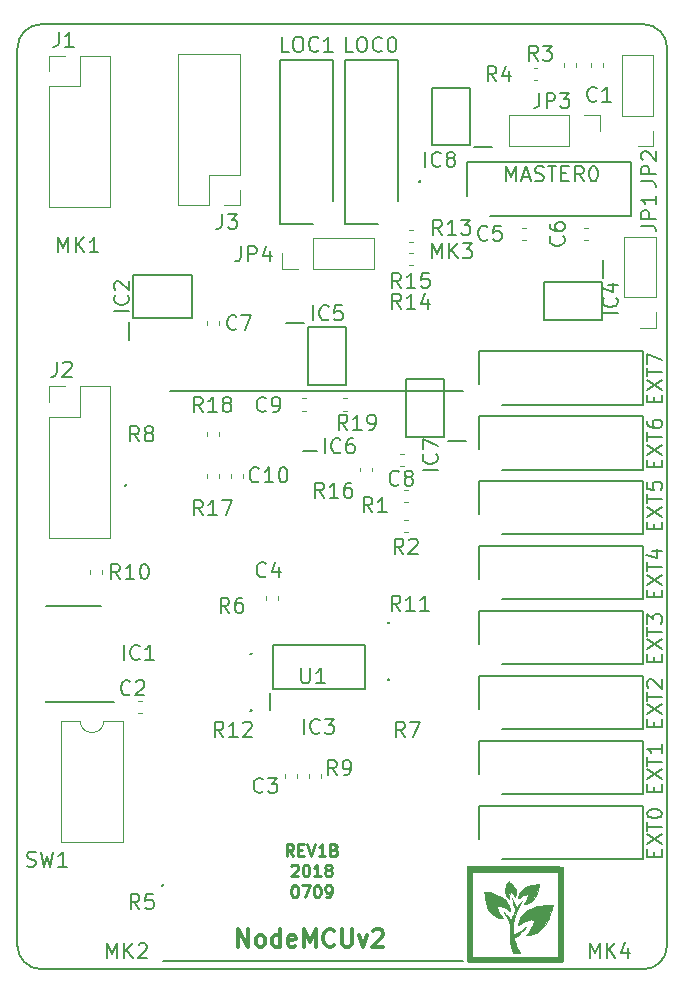
<source format=gbr>
G04 #@! TF.GenerationSoftware,KiCad,Pcbnew,(5.0.0-rc2-190-gf634b7565)*
G04 #@! TF.CreationDate,2018-07-09T23:29:34+02:00*
G04 #@! TF.ProjectId,IoP-mux8-1B,496F502D6D7578382D31422E6B696361,rev?*
G04 #@! TF.SameCoordinates,Original*
G04 #@! TF.FileFunction,Legend,Top*
G04 #@! TF.FilePolarity,Positive*
%FSLAX46Y46*%
G04 Gerber Fmt 4.6, Leading zero omitted, Abs format (unit mm)*
G04 Created by KiCad (PCBNEW (5.0.0-rc2-190-gf634b7565)) date 07/09/18 23:29:34*
%MOMM*%
%LPD*%
G01*
G04 APERTURE LIST*
%ADD10C,0.250000*%
%ADD11C,0.300000*%
%ADD12C,0.200000*%
%ADD13C,0.120000*%
%ADD14C,0.150000*%
%ADD15C,0.254000*%
%ADD16C,0.010000*%
G04 APERTURE END LIST*
D10*
X201352380Y-115402380D02*
X201019047Y-114926190D01*
X200780952Y-115402380D02*
X200780952Y-114402380D01*
X201161904Y-114402380D01*
X201257142Y-114450000D01*
X201304761Y-114497619D01*
X201352380Y-114592857D01*
X201352380Y-114735714D01*
X201304761Y-114830952D01*
X201257142Y-114878571D01*
X201161904Y-114926190D01*
X200780952Y-114926190D01*
X201780952Y-114878571D02*
X202114285Y-114878571D01*
X202257142Y-115402380D02*
X201780952Y-115402380D01*
X201780952Y-114402380D01*
X202257142Y-114402380D01*
X202542857Y-114402380D02*
X202876190Y-115402380D01*
X203209523Y-114402380D01*
X204066666Y-115402380D02*
X203495238Y-115402380D01*
X203780952Y-115402380D02*
X203780952Y-114402380D01*
X203685714Y-114545238D01*
X203590476Y-114640476D01*
X203495238Y-114688095D01*
X204828571Y-114878571D02*
X204971428Y-114926190D01*
X205019047Y-114973809D01*
X205066666Y-115069047D01*
X205066666Y-115211904D01*
X205019047Y-115307142D01*
X204971428Y-115354761D01*
X204876190Y-115402380D01*
X204495238Y-115402380D01*
X204495238Y-114402380D01*
X204828571Y-114402380D01*
X204923809Y-114450000D01*
X204971428Y-114497619D01*
X205019047Y-114592857D01*
X205019047Y-114688095D01*
X204971428Y-114783333D01*
X204923809Y-114830952D01*
X204828571Y-114878571D01*
X204495238Y-114878571D01*
X201185714Y-116247619D02*
X201233333Y-116200000D01*
X201328571Y-116152380D01*
X201566666Y-116152380D01*
X201661904Y-116200000D01*
X201709523Y-116247619D01*
X201757142Y-116342857D01*
X201757142Y-116438095D01*
X201709523Y-116580952D01*
X201138095Y-117152380D01*
X201757142Y-117152380D01*
X202376190Y-116152380D02*
X202471428Y-116152380D01*
X202566666Y-116200000D01*
X202614285Y-116247619D01*
X202661904Y-116342857D01*
X202709523Y-116533333D01*
X202709523Y-116771428D01*
X202661904Y-116961904D01*
X202614285Y-117057142D01*
X202566666Y-117104761D01*
X202471428Y-117152380D01*
X202376190Y-117152380D01*
X202280952Y-117104761D01*
X202233333Y-117057142D01*
X202185714Y-116961904D01*
X202138095Y-116771428D01*
X202138095Y-116533333D01*
X202185714Y-116342857D01*
X202233333Y-116247619D01*
X202280952Y-116200000D01*
X202376190Y-116152380D01*
X203661904Y-117152380D02*
X203090476Y-117152380D01*
X203376190Y-117152380D02*
X203376190Y-116152380D01*
X203280952Y-116295238D01*
X203185714Y-116390476D01*
X203090476Y-116438095D01*
X204233333Y-116580952D02*
X204138095Y-116533333D01*
X204090476Y-116485714D01*
X204042857Y-116390476D01*
X204042857Y-116342857D01*
X204090476Y-116247619D01*
X204138095Y-116200000D01*
X204233333Y-116152380D01*
X204423809Y-116152380D01*
X204519047Y-116200000D01*
X204566666Y-116247619D01*
X204614285Y-116342857D01*
X204614285Y-116390476D01*
X204566666Y-116485714D01*
X204519047Y-116533333D01*
X204423809Y-116580952D01*
X204233333Y-116580952D01*
X204138095Y-116628571D01*
X204090476Y-116676190D01*
X204042857Y-116771428D01*
X204042857Y-116961904D01*
X204090476Y-117057142D01*
X204138095Y-117104761D01*
X204233333Y-117152380D01*
X204423809Y-117152380D01*
X204519047Y-117104761D01*
X204566666Y-117057142D01*
X204614285Y-116961904D01*
X204614285Y-116771428D01*
X204566666Y-116676190D01*
X204519047Y-116628571D01*
X204423809Y-116580952D01*
X201423809Y-117902380D02*
X201519047Y-117902380D01*
X201614285Y-117950000D01*
X201661904Y-117997619D01*
X201709523Y-118092857D01*
X201757142Y-118283333D01*
X201757142Y-118521428D01*
X201709523Y-118711904D01*
X201661904Y-118807142D01*
X201614285Y-118854761D01*
X201519047Y-118902380D01*
X201423809Y-118902380D01*
X201328571Y-118854761D01*
X201280952Y-118807142D01*
X201233333Y-118711904D01*
X201185714Y-118521428D01*
X201185714Y-118283333D01*
X201233333Y-118092857D01*
X201280952Y-117997619D01*
X201328571Y-117950000D01*
X201423809Y-117902380D01*
X202090476Y-117902380D02*
X202757142Y-117902380D01*
X202328571Y-118902380D01*
X203328571Y-117902380D02*
X203423809Y-117902380D01*
X203519047Y-117950000D01*
X203566666Y-117997619D01*
X203614285Y-118092857D01*
X203661904Y-118283333D01*
X203661904Y-118521428D01*
X203614285Y-118711904D01*
X203566666Y-118807142D01*
X203519047Y-118854761D01*
X203423809Y-118902380D01*
X203328571Y-118902380D01*
X203233333Y-118854761D01*
X203185714Y-118807142D01*
X203138095Y-118711904D01*
X203090476Y-118521428D01*
X203090476Y-118283333D01*
X203138095Y-118092857D01*
X203185714Y-117997619D01*
X203233333Y-117950000D01*
X203328571Y-117902380D01*
X204138095Y-118902380D02*
X204328571Y-118902380D01*
X204423809Y-118854761D01*
X204471428Y-118807142D01*
X204566666Y-118664285D01*
X204614285Y-118473809D01*
X204614285Y-118092857D01*
X204566666Y-117997619D01*
X204519047Y-117950000D01*
X204423809Y-117902380D01*
X204233333Y-117902380D01*
X204138095Y-117950000D01*
X204090476Y-117997619D01*
X204042857Y-118092857D01*
X204042857Y-118330952D01*
X204090476Y-118426190D01*
X204138095Y-118473809D01*
X204233333Y-118521428D01*
X204423809Y-118521428D01*
X204519047Y-118473809D01*
X204566666Y-118426190D01*
X204614285Y-118330952D01*
D11*
X196679457Y-123116971D02*
X196679457Y-121616971D01*
X197536600Y-123116971D01*
X197536600Y-121616971D01*
X198465171Y-123116971D02*
X198322314Y-123045542D01*
X198250885Y-122974114D01*
X198179457Y-122831257D01*
X198179457Y-122402685D01*
X198250885Y-122259828D01*
X198322314Y-122188400D01*
X198465171Y-122116971D01*
X198679457Y-122116971D01*
X198822314Y-122188400D01*
X198893742Y-122259828D01*
X198965171Y-122402685D01*
X198965171Y-122831257D01*
X198893742Y-122974114D01*
X198822314Y-123045542D01*
X198679457Y-123116971D01*
X198465171Y-123116971D01*
X200250885Y-123116971D02*
X200250885Y-121616971D01*
X200250885Y-123045542D02*
X200108028Y-123116971D01*
X199822314Y-123116971D01*
X199679457Y-123045542D01*
X199608028Y-122974114D01*
X199536600Y-122831257D01*
X199536600Y-122402685D01*
X199608028Y-122259828D01*
X199679457Y-122188400D01*
X199822314Y-122116971D01*
X200108028Y-122116971D01*
X200250885Y-122188400D01*
X201536600Y-123045542D02*
X201393742Y-123116971D01*
X201108028Y-123116971D01*
X200965171Y-123045542D01*
X200893742Y-122902685D01*
X200893742Y-122331257D01*
X200965171Y-122188400D01*
X201108028Y-122116971D01*
X201393742Y-122116971D01*
X201536600Y-122188400D01*
X201608028Y-122331257D01*
X201608028Y-122474114D01*
X200893742Y-122616971D01*
X202250885Y-123116971D02*
X202250885Y-121616971D01*
X202750885Y-122688400D01*
X203250885Y-121616971D01*
X203250885Y-123116971D01*
X204822314Y-122974114D02*
X204750885Y-123045542D01*
X204536600Y-123116971D01*
X204393742Y-123116971D01*
X204179457Y-123045542D01*
X204036600Y-122902685D01*
X203965171Y-122759828D01*
X203893742Y-122474114D01*
X203893742Y-122259828D01*
X203965171Y-121974114D01*
X204036600Y-121831257D01*
X204179457Y-121688400D01*
X204393742Y-121616971D01*
X204536600Y-121616971D01*
X204750885Y-121688400D01*
X204822314Y-121759828D01*
X205465171Y-121616971D02*
X205465171Y-122831257D01*
X205536600Y-122974114D01*
X205608028Y-123045542D01*
X205750885Y-123116971D01*
X206036600Y-123116971D01*
X206179457Y-123045542D01*
X206250885Y-122974114D01*
X206322314Y-122831257D01*
X206322314Y-121616971D01*
X206893742Y-122116971D02*
X207250885Y-123116971D01*
X207608028Y-122116971D01*
X208108028Y-121759828D02*
X208179457Y-121688400D01*
X208322314Y-121616971D01*
X208679457Y-121616971D01*
X208822314Y-121688400D01*
X208893742Y-121759828D01*
X208965171Y-121902685D01*
X208965171Y-122045542D01*
X208893742Y-122259828D01*
X208036600Y-123116971D01*
X208965171Y-123116971D01*
D12*
X180000000Y-125000000D02*
G75*
G02X178000000Y-123000000I0J2000000D01*
G01*
X231000000Y-45000000D02*
G75*
G02X233000000Y-47000000I0J-2000000D01*
G01*
X233000000Y-123000000D02*
G75*
G02X231000000Y-125000000I-2000000J0D01*
G01*
X178000000Y-47000000D02*
G75*
G02X180000000Y-45000000I2000000J0D01*
G01*
X178000000Y-47000000D02*
X178000000Y-123000000D01*
X231000000Y-45000000D02*
X180000000Y-45000000D01*
X233000000Y-123000000D02*
X233000000Y-47000000D01*
X180000000Y-125000000D02*
X231000000Y-125000000D01*
G04 #@! TO.C,EXT4*
X219000000Y-93700000D02*
X230950000Y-93700000D01*
X230950000Y-93700000D02*
X230950000Y-89200000D01*
X230950000Y-89200000D02*
X217050000Y-89200000D01*
X217050000Y-89200000D02*
X217050000Y-92000000D01*
D13*
G04 #@! TO.C,JP4*
X208145000Y-65722000D02*
X208145000Y-63062000D01*
X203005000Y-65722000D02*
X208145000Y-65722000D01*
X203005000Y-63062000D02*
X208145000Y-63062000D01*
X203005000Y-65722000D02*
X203005000Y-63062000D01*
X201735000Y-65722000D02*
X200405000Y-65722000D01*
X200405000Y-65722000D02*
X200405000Y-64392000D01*
G04 #@! TO.C,SW1*
X185310000Y-103970000D02*
G75*
G02X183310000Y-103970000I-1000000J0D01*
G01*
X183310000Y-103970000D02*
X181660000Y-103970000D01*
X181660000Y-103970000D02*
X181660000Y-114250000D01*
X181660000Y-114250000D02*
X186960000Y-114250000D01*
X186960000Y-114250000D02*
X186960000Y-103970000D01*
X186960000Y-103970000D02*
X185310000Y-103970000D01*
D14*
G04 #@! TO.C,IC1*
X180425000Y-102300000D02*
X180425000Y-102275000D01*
X180425000Y-94250000D02*
X180425000Y-94275000D01*
X185075000Y-94250000D02*
X185075000Y-94275000D01*
X186150000Y-102350000D02*
X180425000Y-102350000D01*
X185075000Y-94250000D02*
X180425000Y-94250000D01*
D13*
G04 #@! TO.C,R10*
X185170000Y-91562779D02*
X185170000Y-91237221D01*
X184150000Y-91562779D02*
X184150000Y-91237221D01*
G04 #@! TO.C,R19*
X205534721Y-76683600D02*
X205860279Y-76683600D01*
X205534721Y-77703600D02*
X205860279Y-77703600D01*
D15*
G04 #@! TO.C,R13*
X212047490Y-58319000D02*
G75*
G03X212047490Y-58319000I-57155J0D01*
G01*
G04 #@! TO.C,R5*
X190291820Y-117906000D02*
G75*
G03X190291820Y-117906000I-57155J0D01*
G01*
D12*
G04 #@! TO.C,MASTER0*
X216050000Y-56700000D02*
X216050000Y-59500000D01*
X229950000Y-56700000D02*
X216050000Y-56700000D01*
X229950000Y-61200000D02*
X229950000Y-56700000D01*
X218000000Y-61200000D02*
X229950000Y-61200000D01*
G04 #@! TO.C,IC8*
X218175000Y-55420000D02*
X216650000Y-55420000D01*
X216300000Y-50365000D02*
X216300000Y-55265000D01*
X213100000Y-50365000D02*
X216300000Y-50365000D01*
X213100000Y-55265000D02*
X213100000Y-50365000D01*
X216300000Y-55265000D02*
X213100000Y-55265000D01*
G04 #@! TO.C,IC3*
X199650000Y-101250000D02*
X199650000Y-97550000D01*
X199650000Y-97550000D02*
X207450000Y-97550000D01*
X207450000Y-97550000D02*
X207450000Y-101250000D01*
X207450000Y-101250000D02*
X199650000Y-101250000D01*
X199400000Y-103075000D02*
X199400000Y-101600000D01*
G04 #@! TO.C,IC7*
X215975000Y-80290000D02*
X214450000Y-80290000D01*
X214100000Y-75050000D02*
X214100000Y-79950000D01*
X210900000Y-75050000D02*
X214100000Y-75050000D01*
X210900000Y-79950000D02*
X210900000Y-75050000D01*
X214100000Y-79950000D02*
X210900000Y-79950000D01*
G04 #@! TO.C,IC6*
X203400000Y-81150000D02*
X202200000Y-81150000D01*
G04 #@! TO.C,IC4*
X227450000Y-66800000D02*
X227450000Y-70000000D01*
X227450000Y-70000000D02*
X222550000Y-70000000D01*
X222550000Y-70000000D02*
X222550000Y-66800000D01*
X222550000Y-66800000D02*
X227450000Y-66800000D01*
X227605000Y-64925000D02*
X227605000Y-66450000D01*
G04 #@! TO.C,IC2*
X187800001Y-69900000D02*
X187800001Y-66200000D01*
X187800001Y-66200000D02*
X192799999Y-66200000D01*
X192799999Y-66200000D02*
X192799999Y-69900000D01*
X192799999Y-69900000D02*
X187800001Y-69900000D01*
X187450000Y-71725000D02*
X187450000Y-70250000D01*
G04 #@! TO.C,IC5*
X202588000Y-70603000D02*
X205788000Y-70603000D01*
X205788000Y-70603000D02*
X205788000Y-75503000D01*
X205788000Y-75503000D02*
X202588000Y-75503000D01*
X202588000Y-75503000D02*
X202588000Y-70603000D01*
X200713000Y-70263000D02*
X202238000Y-70263000D01*
D13*
G04 #@! TO.C,C10*
X196068800Y-83376079D02*
X196068800Y-83050521D01*
X197088800Y-83376079D02*
X197088800Y-83050521D01*
G04 #@! TO.C,R18*
X195070000Y-79820079D02*
X195070000Y-79494521D01*
X194050000Y-79820079D02*
X194050000Y-79494521D01*
G04 #@! TO.C,R17*
X195056800Y-83050721D02*
X195056800Y-83376279D01*
X194036800Y-83050721D02*
X194036800Y-83376279D01*
D12*
G04 #@! TO.C,U1*
X190300000Y-124350000D02*
X215700000Y-124350000D01*
X190952000Y-76090000D02*
X215700000Y-76090000D01*
D13*
G04 #@! TO.C,J1*
X180670000Y-60490000D02*
X185870000Y-60490000D01*
X180670000Y-50270000D02*
X180670000Y-60490000D01*
X185870000Y-47670000D02*
X185870000Y-60490000D01*
X180670000Y-50270000D02*
X183270000Y-50270000D01*
X183270000Y-50270000D02*
X183270000Y-47670000D01*
X183270000Y-47670000D02*
X185870000Y-47670000D01*
X180670000Y-49000000D02*
X180670000Y-47670000D01*
X180670000Y-47670000D02*
X182000000Y-47670000D01*
G04 #@! TO.C,J3*
X196830000Y-60330000D02*
X195500000Y-60330000D01*
X196830000Y-59000000D02*
X196830000Y-60330000D01*
X194230000Y-60330000D02*
X191630000Y-60330000D01*
X194230000Y-57730000D02*
X194230000Y-60330000D01*
X196830000Y-57730000D02*
X194230000Y-57730000D01*
X191630000Y-60330000D02*
X191630000Y-47510000D01*
X196830000Y-57730000D02*
X196830000Y-47510000D01*
X196830000Y-47510000D02*
X191630000Y-47510000D01*
G04 #@! TO.C,C2*
X188196621Y-102294200D02*
X188522179Y-102294200D01*
X188196621Y-103314200D02*
X188522179Y-103314200D01*
G04 #@! TO.C,C3*
X200625600Y-108483321D02*
X200625600Y-108808879D01*
X201645600Y-108483321D02*
X201645600Y-108808879D01*
G04 #@! TO.C,C4*
X200020000Y-93395721D02*
X200020000Y-93721279D01*
X199000000Y-93395721D02*
X199000000Y-93721279D01*
G04 #@! TO.C,C5*
X220749721Y-63260000D02*
X221075279Y-63260000D01*
X220749721Y-62240000D02*
X221075279Y-62240000D01*
G04 #@! TO.C,C6*
X225987221Y-62240000D02*
X226312779Y-62240000D01*
X225987221Y-63260000D02*
X226312779Y-63260000D01*
G04 #@! TO.C,C7*
X194040000Y-70162221D02*
X194040000Y-70487779D01*
X195060000Y-70162221D02*
X195060000Y-70487779D01*
G04 #@! TO.C,C8*
X210737079Y-82377200D02*
X210411521Y-82377200D01*
X210737079Y-81357200D02*
X210411521Y-81357200D01*
G04 #@! TO.C,C9*
X202405879Y-76683600D02*
X202080321Y-76683600D01*
X202405879Y-77703600D02*
X202080321Y-77703600D01*
G04 #@! TO.C,C1*
X226590000Y-48625279D02*
X226590000Y-48299721D01*
X227610000Y-48625279D02*
X227610000Y-48299721D01*
G04 #@! TO.C,JP1*
X232030000Y-62990000D02*
X229370000Y-62990000D01*
X232030000Y-68130000D02*
X232030000Y-62990000D01*
X229370000Y-68130000D02*
X229370000Y-62990000D01*
X232030000Y-68130000D02*
X229370000Y-68130000D01*
X232030000Y-69400000D02*
X232030000Y-70730000D01*
X232030000Y-70730000D02*
X230700000Y-70730000D01*
G04 #@! TO.C,JP2*
X231830000Y-55330000D02*
X230500000Y-55330000D01*
X231830000Y-54000000D02*
X231830000Y-55330000D01*
X231830000Y-52730000D02*
X229170000Y-52730000D01*
X229170000Y-52730000D02*
X229170000Y-47590000D01*
X231830000Y-52730000D02*
X231830000Y-47590000D01*
X231830000Y-47590000D02*
X229170000Y-47590000D01*
G04 #@! TO.C,JP3*
X219590000Y-52670000D02*
X219590000Y-55330000D01*
X224730000Y-52670000D02*
X219590000Y-52670000D01*
X224730000Y-55330000D02*
X219590000Y-55330000D01*
X224730000Y-52670000D02*
X224730000Y-55330000D01*
X226000000Y-52670000D02*
X227330000Y-52670000D01*
X227330000Y-52670000D02*
X227330000Y-54000000D01*
G04 #@! TO.C,J2*
X180670000Y-88490000D02*
X185870000Y-88490000D01*
X180670000Y-78270000D02*
X180670000Y-88490000D01*
X185870000Y-75670000D02*
X185870000Y-88490000D01*
X180670000Y-78270000D02*
X183270000Y-78270000D01*
X183270000Y-78270000D02*
X183270000Y-75670000D01*
X183270000Y-75670000D02*
X185870000Y-75670000D01*
X180670000Y-77000000D02*
X180670000Y-75670000D01*
X180670000Y-75670000D02*
X182000000Y-75670000D01*
G04 #@! TO.C,R15*
X211448079Y-62408800D02*
X211122521Y-62408800D01*
X211448079Y-63428800D02*
X211122521Y-63428800D01*
G04 #@! TO.C,R2*
X211050279Y-88030000D02*
X210724721Y-88030000D01*
X211050279Y-87010000D02*
X210724721Y-87010000D01*
G04 #@! TO.C,R3*
X225310000Y-48625279D02*
X225310000Y-48299721D01*
X224290000Y-48625279D02*
X224290000Y-48299721D01*
G04 #@! TO.C,R1*
X211050279Y-85490000D02*
X210724721Y-85490000D01*
X211050279Y-84470000D02*
X210724721Y-84470000D01*
G04 #@! TO.C,R16*
X206990000Y-82537221D02*
X206990000Y-82862779D01*
X208010000Y-82537221D02*
X208010000Y-82862779D01*
G04 #@! TO.C,R4*
X221699721Y-49760000D02*
X222025279Y-49760000D01*
X221699721Y-48740000D02*
X222025279Y-48740000D01*
G04 #@! TO.C,R14*
X211448079Y-64339200D02*
X211122521Y-64339200D01*
X211448079Y-65359200D02*
X211122521Y-65359200D01*
G04 #@! TO.C,R9*
X203677600Y-108483321D02*
X203677600Y-108808879D01*
X202657600Y-108483321D02*
X202657600Y-108808879D01*
D12*
G04 #@! TO.C,EXT2*
X219000000Y-104700000D02*
X230950000Y-104700000D01*
X230950000Y-104700000D02*
X230950000Y-100200000D01*
X230950000Y-100200000D02*
X217050000Y-100200000D01*
X217050000Y-100200000D02*
X217050000Y-103000000D01*
G04 #@! TO.C,LOC1*
X200200000Y-61950000D02*
X203000000Y-61950000D01*
X200200000Y-48050000D02*
X200200000Y-61950000D01*
X204700000Y-48050000D02*
X200200000Y-48050000D01*
X204700000Y-60000000D02*
X204700000Y-48050000D01*
G04 #@! TO.C,LOC0*
X210200000Y-60000000D02*
X210200000Y-48050000D01*
X210200000Y-48050000D02*
X205700000Y-48050000D01*
X205700000Y-48050000D02*
X205700000Y-61950000D01*
X205700000Y-61950000D02*
X208500000Y-61950000D01*
G04 #@! TO.C,EXT0*
X219000000Y-115700000D02*
X230950000Y-115700000D01*
X230950000Y-115700000D02*
X230950000Y-111200000D01*
X230950000Y-111200000D02*
X217050000Y-111200000D01*
X217050000Y-111200000D02*
X217050000Y-114000000D01*
G04 #@! TO.C,EXT3*
X217050000Y-94700000D02*
X217050000Y-97500000D01*
X230950000Y-94700000D02*
X217050000Y-94700000D01*
X230950000Y-99200000D02*
X230950000Y-94700000D01*
X219000000Y-99200000D02*
X230950000Y-99200000D01*
G04 #@! TO.C,EXT6*
X217050000Y-78200000D02*
X217050000Y-81000000D01*
X230950000Y-78200000D02*
X217050000Y-78200000D01*
X230950000Y-82700000D02*
X230950000Y-78200000D01*
X219000000Y-82700000D02*
X230950000Y-82700000D01*
G04 #@! TO.C,EXT7*
X219000000Y-77200000D02*
X230950000Y-77200000D01*
X230950000Y-77200000D02*
X230950000Y-72700000D01*
X230950000Y-72700000D02*
X217050000Y-72700000D01*
X217050000Y-72700000D02*
X217050000Y-75500000D01*
G04 #@! TO.C,EXT5*
X217050000Y-83700000D02*
X217050000Y-86500000D01*
X230950000Y-83700000D02*
X217050000Y-83700000D01*
X230950000Y-88200000D02*
X230950000Y-83700000D01*
X219000000Y-88200000D02*
X230950000Y-88200000D01*
G04 #@! TO.C,EXT1*
X219000000Y-110200000D02*
X230950000Y-110200000D01*
X230950000Y-110200000D02*
X230950000Y-105700000D01*
X230950000Y-105700000D02*
X217050000Y-105700000D01*
X217050000Y-105700000D02*
X217050000Y-108500000D01*
D15*
G04 #@! TO.C,R8*
X187151155Y-84034665D02*
G75*
G03X187151155Y-84034665I-57155J0D01*
G01*
G04 #@! TO.C,R7*
X209422490Y-100494000D02*
G75*
G03X209422490Y-100494000I-57155J0D01*
G01*
G04 #@! TO.C,R11*
X209422490Y-95694000D02*
G75*
G03X209422490Y-95694000I-57155J0D01*
G01*
G04 #@! TO.C,R12*
X197791820Y-98306000D02*
G75*
G03X197791820Y-98306000I-57155J0D01*
G01*
G04 #@! TO.C,R6*
X197791820Y-103106000D02*
G75*
G03X197791820Y-103106000I-57155J0D01*
G01*
D16*
G04 #@! TO.C,G\002A\002A\002A*
G36*
X220732459Y-116286056D02*
X221326575Y-116286288D01*
X221846215Y-116286794D01*
X222296475Y-116287670D01*
X222682452Y-116289012D01*
X223009240Y-116290916D01*
X223281935Y-116293480D01*
X223505633Y-116296800D01*
X223685429Y-116300973D01*
X223826419Y-116306095D01*
X223933699Y-116312262D01*
X224012363Y-116319572D01*
X224067509Y-116328120D01*
X224104231Y-116338004D01*
X224127626Y-116349320D01*
X224142788Y-116362164D01*
X224143939Y-116363416D01*
X224155878Y-116381769D01*
X224166390Y-116412214D01*
X224175564Y-116459872D01*
X224183489Y-116529865D01*
X224190257Y-116627317D01*
X224195956Y-116757349D01*
X224200676Y-116925083D01*
X224204508Y-117135641D01*
X224207542Y-117394146D01*
X224209866Y-117705720D01*
X224211571Y-118075485D01*
X224212747Y-118508564D01*
X224213483Y-119010078D01*
X224213870Y-119585150D01*
X224213998Y-120238901D01*
X224214000Y-120357355D01*
X224213942Y-121022241D01*
X224213701Y-121607621D01*
X224213177Y-122118658D01*
X224212269Y-122560513D01*
X224210878Y-122938348D01*
X224208903Y-123257323D01*
X224206243Y-123522601D01*
X224202800Y-123739342D01*
X224198471Y-123912709D01*
X224193158Y-124047863D01*
X224186760Y-124149966D01*
X224179177Y-124224178D01*
X224170308Y-124275662D01*
X224160054Y-124309579D01*
X224148313Y-124331090D01*
X224136583Y-124343938D01*
X224118271Y-124355847D01*
X224087883Y-124366336D01*
X224040311Y-124375494D01*
X223970446Y-124383409D01*
X223873183Y-124390172D01*
X223743411Y-124395871D01*
X223576024Y-124400595D01*
X223365913Y-124404434D01*
X223107970Y-124407476D01*
X222797088Y-124409811D01*
X222428158Y-124411527D01*
X221996073Y-124412715D01*
X221495725Y-124413463D01*
X220922005Y-124413860D01*
X220269806Y-124413996D01*
X220121478Y-124414000D01*
X219454693Y-124413942D01*
X218867428Y-124413703D01*
X218354535Y-124413183D01*
X217910868Y-124412282D01*
X217531278Y-124410902D01*
X217210619Y-124408942D01*
X216943744Y-124406304D01*
X216725506Y-124402887D01*
X216550757Y-124398593D01*
X216414351Y-124393322D01*
X216311139Y-124386975D01*
X216235976Y-124379452D01*
X216183713Y-124370653D01*
X216149205Y-124360480D01*
X216127302Y-124348833D01*
X216113728Y-124336583D01*
X216101888Y-124318364D01*
X216091451Y-124288103D01*
X216082331Y-124240727D01*
X216074439Y-124171158D01*
X216067687Y-124074322D01*
X216061989Y-123945143D01*
X216057258Y-123778545D01*
X216053404Y-123569454D01*
X216050341Y-123312793D01*
X216047982Y-123003487D01*
X216046239Y-122636461D01*
X216045024Y-122206639D01*
X216044250Y-121708945D01*
X216043829Y-121138305D01*
X216043674Y-120489642D01*
X216043667Y-120272583D01*
X216043667Y-116751666D01*
X216509333Y-116751666D01*
X216509333Y-123948333D01*
X223748333Y-123948333D01*
X223748333Y-116751666D01*
X216509333Y-116751666D01*
X216043667Y-116751666D01*
X216043667Y-116286000D01*
X220058772Y-116286000D01*
X220732459Y-116286056D01*
X220732459Y-116286056D01*
G37*
X220732459Y-116286056D02*
X221326575Y-116286288D01*
X221846215Y-116286794D01*
X222296475Y-116287670D01*
X222682452Y-116289012D01*
X223009240Y-116290916D01*
X223281935Y-116293480D01*
X223505633Y-116296800D01*
X223685429Y-116300973D01*
X223826419Y-116306095D01*
X223933699Y-116312262D01*
X224012363Y-116319572D01*
X224067509Y-116328120D01*
X224104231Y-116338004D01*
X224127626Y-116349320D01*
X224142788Y-116362164D01*
X224143939Y-116363416D01*
X224155878Y-116381769D01*
X224166390Y-116412214D01*
X224175564Y-116459872D01*
X224183489Y-116529865D01*
X224190257Y-116627317D01*
X224195956Y-116757349D01*
X224200676Y-116925083D01*
X224204508Y-117135641D01*
X224207542Y-117394146D01*
X224209866Y-117705720D01*
X224211571Y-118075485D01*
X224212747Y-118508564D01*
X224213483Y-119010078D01*
X224213870Y-119585150D01*
X224213998Y-120238901D01*
X224214000Y-120357355D01*
X224213942Y-121022241D01*
X224213701Y-121607621D01*
X224213177Y-122118658D01*
X224212269Y-122560513D01*
X224210878Y-122938348D01*
X224208903Y-123257323D01*
X224206243Y-123522601D01*
X224202800Y-123739342D01*
X224198471Y-123912709D01*
X224193158Y-124047863D01*
X224186760Y-124149966D01*
X224179177Y-124224178D01*
X224170308Y-124275662D01*
X224160054Y-124309579D01*
X224148313Y-124331090D01*
X224136583Y-124343938D01*
X224118271Y-124355847D01*
X224087883Y-124366336D01*
X224040311Y-124375494D01*
X223970446Y-124383409D01*
X223873183Y-124390172D01*
X223743411Y-124395871D01*
X223576024Y-124400595D01*
X223365913Y-124404434D01*
X223107970Y-124407476D01*
X222797088Y-124409811D01*
X222428158Y-124411527D01*
X221996073Y-124412715D01*
X221495725Y-124413463D01*
X220922005Y-124413860D01*
X220269806Y-124413996D01*
X220121478Y-124414000D01*
X219454693Y-124413942D01*
X218867428Y-124413703D01*
X218354535Y-124413183D01*
X217910868Y-124412282D01*
X217531278Y-124410902D01*
X217210619Y-124408942D01*
X216943744Y-124406304D01*
X216725506Y-124402887D01*
X216550757Y-124398593D01*
X216414351Y-124393322D01*
X216311139Y-124386975D01*
X216235976Y-124379452D01*
X216183713Y-124370653D01*
X216149205Y-124360480D01*
X216127302Y-124348833D01*
X216113728Y-124336583D01*
X216101888Y-124318364D01*
X216091451Y-124288103D01*
X216082331Y-124240727D01*
X216074439Y-124171158D01*
X216067687Y-124074322D01*
X216061989Y-123945143D01*
X216057258Y-123778545D01*
X216053404Y-123569454D01*
X216050341Y-123312793D01*
X216047982Y-123003487D01*
X216046239Y-122636461D01*
X216045024Y-122206639D01*
X216044250Y-121708945D01*
X216043829Y-121138305D01*
X216043674Y-120489642D01*
X216043667Y-120272583D01*
X216043667Y-116751666D01*
X216509333Y-116751666D01*
X216509333Y-123948333D01*
X223748333Y-123948333D01*
X223748333Y-116751666D01*
X216509333Y-116751666D01*
X216043667Y-116751666D01*
X216043667Y-116286000D01*
X220058772Y-116286000D01*
X220732459Y-116286056D01*
G36*
X219979430Y-119241895D02*
X220045025Y-119401027D01*
X220118732Y-119550611D01*
X220189661Y-119671355D01*
X220246922Y-119743967D01*
X220269869Y-119756420D01*
X220306906Y-119724094D01*
X220376962Y-119640167D01*
X220464960Y-119522719D01*
X220466064Y-119521179D01*
X220577249Y-119371314D01*
X220654369Y-119277551D01*
X220693573Y-119242162D01*
X220691008Y-119267423D01*
X220642824Y-119355605D01*
X220581991Y-119452739D01*
X220394171Y-119787434D01*
X220224812Y-120174389D01*
X220087621Y-120581330D01*
X220060259Y-120681239D01*
X220025570Y-120846373D01*
X219995536Y-121048516D01*
X219971431Y-121269085D01*
X219954530Y-121489497D01*
X219946109Y-121691169D01*
X219947443Y-121855520D01*
X219959806Y-121963965D01*
X219970381Y-121991216D01*
X220035541Y-122015535D01*
X220152759Y-121995327D01*
X220306989Y-121937692D01*
X220483188Y-121849734D01*
X220666308Y-121738553D01*
X220841306Y-121611252D01*
X220924102Y-121541040D01*
X221017072Y-121463476D01*
X221056374Y-121446013D01*
X221048361Y-121474898D01*
X220987496Y-121556050D01*
X220877419Y-121673953D01*
X220735250Y-121812743D01*
X220578109Y-121956552D01*
X220423116Y-122089515D01*
X220287390Y-122195768D01*
X220223386Y-122239438D01*
X220117450Y-122306025D01*
X220045864Y-122352164D01*
X220029638Y-122363418D01*
X220030899Y-122411572D01*
X220059199Y-122519601D01*
X220108124Y-122669605D01*
X220171260Y-122843682D01*
X220242193Y-123023930D01*
X220314507Y-123192449D01*
X220364300Y-123297409D01*
X220521169Y-123609666D01*
X219941613Y-123609666D01*
X219877135Y-123392544D01*
X219797474Y-123058130D01*
X219738072Y-122673444D01*
X219702486Y-122271215D01*
X219694271Y-121884174D01*
X219698865Y-121751672D01*
X219708869Y-121540466D01*
X219710509Y-121389283D01*
X219700526Y-121273633D01*
X219675663Y-121169026D01*
X219632662Y-121050972D01*
X219592716Y-120953684D01*
X219507022Y-120765742D01*
X219407972Y-120574790D01*
X219316791Y-120421709D01*
X219315548Y-120419845D01*
X219169859Y-120201833D01*
X219368860Y-120392333D01*
X219497441Y-120526588D01*
X219618757Y-120671495D01*
X219682300Y-120759532D01*
X219796740Y-120936232D01*
X219893941Y-120632532D01*
X219954034Y-120457370D01*
X220017750Y-120291293D01*
X220070732Y-120171454D01*
X220109881Y-120088996D01*
X220126846Y-120021775D01*
X220120407Y-119944390D01*
X220089347Y-119831440D01*
X220048394Y-119705787D01*
X219993692Y-119524613D01*
X219948134Y-119345586D01*
X219921554Y-119207366D01*
X219921506Y-119207000D01*
X219896545Y-119016500D01*
X219979430Y-119241895D01*
X219979430Y-119241895D01*
G37*
X219979430Y-119241895D02*
X220045025Y-119401027D01*
X220118732Y-119550611D01*
X220189661Y-119671355D01*
X220246922Y-119743967D01*
X220269869Y-119756420D01*
X220306906Y-119724094D01*
X220376962Y-119640167D01*
X220464960Y-119522719D01*
X220466064Y-119521179D01*
X220577249Y-119371314D01*
X220654369Y-119277551D01*
X220693573Y-119242162D01*
X220691008Y-119267423D01*
X220642824Y-119355605D01*
X220581991Y-119452739D01*
X220394171Y-119787434D01*
X220224812Y-120174389D01*
X220087621Y-120581330D01*
X220060259Y-120681239D01*
X220025570Y-120846373D01*
X219995536Y-121048516D01*
X219971431Y-121269085D01*
X219954530Y-121489497D01*
X219946109Y-121691169D01*
X219947443Y-121855520D01*
X219959806Y-121963965D01*
X219970381Y-121991216D01*
X220035541Y-122015535D01*
X220152759Y-121995327D01*
X220306989Y-121937692D01*
X220483188Y-121849734D01*
X220666308Y-121738553D01*
X220841306Y-121611252D01*
X220924102Y-121541040D01*
X221017072Y-121463476D01*
X221056374Y-121446013D01*
X221048361Y-121474898D01*
X220987496Y-121556050D01*
X220877419Y-121673953D01*
X220735250Y-121812743D01*
X220578109Y-121956552D01*
X220423116Y-122089515D01*
X220287390Y-122195768D01*
X220223386Y-122239438D01*
X220117450Y-122306025D01*
X220045864Y-122352164D01*
X220029638Y-122363418D01*
X220030899Y-122411572D01*
X220059199Y-122519601D01*
X220108124Y-122669605D01*
X220171260Y-122843682D01*
X220242193Y-123023930D01*
X220314507Y-123192449D01*
X220364300Y-123297409D01*
X220521169Y-123609666D01*
X219941613Y-123609666D01*
X219877135Y-123392544D01*
X219797474Y-123058130D01*
X219738072Y-122673444D01*
X219702486Y-122271215D01*
X219694271Y-121884174D01*
X219698865Y-121751672D01*
X219708869Y-121540466D01*
X219710509Y-121389283D01*
X219700526Y-121273633D01*
X219675663Y-121169026D01*
X219632662Y-121050972D01*
X219592716Y-120953684D01*
X219507022Y-120765742D01*
X219407972Y-120574790D01*
X219316791Y-120421709D01*
X219315548Y-120419845D01*
X219169859Y-120201833D01*
X219368860Y-120392333D01*
X219497441Y-120526588D01*
X219618757Y-120671495D01*
X219682300Y-120759532D01*
X219796740Y-120936232D01*
X219893941Y-120632532D01*
X219954034Y-120457370D01*
X220017750Y-120291293D01*
X220070732Y-120171454D01*
X220109881Y-120088996D01*
X220126846Y-120021775D01*
X220120407Y-119944390D01*
X220089347Y-119831440D01*
X220048394Y-119705787D01*
X219993692Y-119524613D01*
X219948134Y-119345586D01*
X219921554Y-119207366D01*
X219921506Y-119207000D01*
X219896545Y-119016500D01*
X219979430Y-119241895D01*
G36*
X223269260Y-119544996D02*
X223304026Y-119552915D01*
X223309562Y-119609948D01*
X223288757Y-119729695D01*
X223246567Y-119896197D01*
X223187946Y-120093498D01*
X223117849Y-120305639D01*
X223041231Y-120516665D01*
X222963047Y-120710617D01*
X222904923Y-120838228D01*
X222686925Y-121225772D01*
X222448620Y-121535179D01*
X222186016Y-121771390D01*
X222107604Y-121825076D01*
X221890606Y-121935721D01*
X221634512Y-122023310D01*
X221379127Y-122075890D01*
X221239850Y-122085666D01*
X221077489Y-122085666D01*
X221292471Y-121821083D01*
X221490102Y-121548063D01*
X221638026Y-121280763D01*
X221726780Y-121037011D01*
X221738954Y-120979928D01*
X221750575Y-120876567D01*
X221727791Y-120826093D01*
X221660828Y-120800289D01*
X221494035Y-120791310D01*
X221284721Y-120828363D01*
X221055645Y-120903567D01*
X220829569Y-121009044D01*
X220629253Y-121136911D01*
X220583840Y-121173155D01*
X220494983Y-121242023D01*
X220433352Y-121279211D01*
X220424832Y-121281333D01*
X220407408Y-121244808D01*
X220413208Y-121149264D01*
X220437925Y-121015749D01*
X220477254Y-120865311D01*
X220526890Y-120718997D01*
X220552313Y-120658172D01*
X220717491Y-120392173D01*
X220956163Y-120154628D01*
X221260211Y-119951453D01*
X221621518Y-119788567D01*
X221841734Y-119718288D01*
X221974354Y-119688222D01*
X222153623Y-119656761D01*
X222362764Y-119625805D01*
X222584997Y-119597250D01*
X222803542Y-119572994D01*
X223001620Y-119554935D01*
X223162453Y-119544970D01*
X223269260Y-119544996D01*
X223269260Y-119544996D01*
G37*
X223269260Y-119544996D02*
X223304026Y-119552915D01*
X223309562Y-119609948D01*
X223288757Y-119729695D01*
X223246567Y-119896197D01*
X223187946Y-120093498D01*
X223117849Y-120305639D01*
X223041231Y-120516665D01*
X222963047Y-120710617D01*
X222904923Y-120838228D01*
X222686925Y-121225772D01*
X222448620Y-121535179D01*
X222186016Y-121771390D01*
X222107604Y-121825076D01*
X221890606Y-121935721D01*
X221634512Y-122023310D01*
X221379127Y-122075890D01*
X221239850Y-122085666D01*
X221077489Y-122085666D01*
X221292471Y-121821083D01*
X221490102Y-121548063D01*
X221638026Y-121280763D01*
X221726780Y-121037011D01*
X221738954Y-120979928D01*
X221750575Y-120876567D01*
X221727791Y-120826093D01*
X221660828Y-120800289D01*
X221494035Y-120791310D01*
X221284721Y-120828363D01*
X221055645Y-120903567D01*
X220829569Y-121009044D01*
X220629253Y-121136911D01*
X220583840Y-121173155D01*
X220494983Y-121242023D01*
X220433352Y-121279211D01*
X220424832Y-121281333D01*
X220407408Y-121244808D01*
X220413208Y-121149264D01*
X220437925Y-121015749D01*
X220477254Y-120865311D01*
X220526890Y-120718997D01*
X220552313Y-120658172D01*
X220717491Y-120392173D01*
X220956163Y-120154628D01*
X221260211Y-119951453D01*
X221621518Y-119788567D01*
X221841734Y-119718288D01*
X221974354Y-119688222D01*
X222153623Y-119656761D01*
X222362764Y-119625805D01*
X222584997Y-119597250D01*
X222803542Y-119572994D01*
X223001620Y-119554935D01*
X223162453Y-119544970D01*
X223269260Y-119544996D01*
G36*
X217665698Y-118453270D02*
X217816984Y-118473984D01*
X218000923Y-118511065D01*
X218201391Y-118561781D01*
X218384204Y-118617351D01*
X218763520Y-118769116D01*
X219074843Y-118952617D01*
X219331502Y-119176034D01*
X219378902Y-119227878D01*
X219530784Y-119446895D01*
X219636549Y-119694971D01*
X219683212Y-119940119D01*
X219684333Y-119980240D01*
X219684333Y-120103114D01*
X219519897Y-119972878D01*
X219344707Y-119853049D01*
X219148549Y-119748515D01*
X218957687Y-119671157D01*
X218798380Y-119632854D01*
X218763583Y-119630746D01*
X218668528Y-119639318D01*
X218631515Y-119680446D01*
X218626236Y-119746750D01*
X218658475Y-119972574D01*
X218757840Y-120208648D01*
X218902205Y-120431539D01*
X219091491Y-120688666D01*
X218953996Y-120684848D01*
X218810834Y-120669438D01*
X218674237Y-120640092D01*
X218401394Y-120518181D01*
X218159327Y-120320850D01*
X217952555Y-120053169D01*
X217785595Y-119720208D01*
X217737067Y-119588198D01*
X217700168Y-119457153D01*
X217657866Y-119274223D01*
X217614821Y-119064003D01*
X217575692Y-118851086D01*
X217545138Y-118660068D01*
X217527820Y-118515544D01*
X217525583Y-118471872D01*
X217563190Y-118451655D01*
X217665698Y-118453270D01*
X217665698Y-118453270D01*
G37*
X217665698Y-118453270D02*
X217816984Y-118473984D01*
X218000923Y-118511065D01*
X218201391Y-118561781D01*
X218384204Y-118617351D01*
X218763520Y-118769116D01*
X219074843Y-118952617D01*
X219331502Y-119176034D01*
X219378902Y-119227878D01*
X219530784Y-119446895D01*
X219636549Y-119694971D01*
X219683212Y-119940119D01*
X219684333Y-119980240D01*
X219684333Y-120103114D01*
X219519897Y-119972878D01*
X219344707Y-119853049D01*
X219148549Y-119748515D01*
X218957687Y-119671157D01*
X218798380Y-119632854D01*
X218763583Y-119630746D01*
X218668528Y-119639318D01*
X218631515Y-119680446D01*
X218626236Y-119746750D01*
X218658475Y-119972574D01*
X218757840Y-120208648D01*
X218902205Y-120431539D01*
X219091491Y-120688666D01*
X218953996Y-120684848D01*
X218810834Y-120669438D01*
X218674237Y-120640092D01*
X218401394Y-120518181D01*
X218159327Y-120320850D01*
X217952555Y-120053169D01*
X217785595Y-119720208D01*
X217737067Y-119588198D01*
X217700168Y-119457153D01*
X217657866Y-119274223D01*
X217614821Y-119064003D01*
X217575692Y-118851086D01*
X217545138Y-118660068D01*
X217527820Y-118515544D01*
X217525583Y-118471872D01*
X217563190Y-118451655D01*
X217665698Y-118453270D01*
G36*
X222113136Y-117965061D02*
X222083351Y-118120928D01*
X222034788Y-118314769D01*
X221976058Y-118517114D01*
X221915776Y-118698490D01*
X221862555Y-118829426D01*
X221857694Y-118839112D01*
X221690286Y-119082189D01*
X221469799Y-119281709D01*
X221215904Y-119422609D01*
X221021063Y-119479740D01*
X220854960Y-119509928D01*
X220925772Y-119411381D01*
X221034482Y-119240823D01*
X221120916Y-119068430D01*
X221180561Y-118909023D01*
X221208908Y-118777423D01*
X221201443Y-118688453D01*
X221155417Y-118656902D01*
X220995517Y-118685327D01*
X220808195Y-118760424D01*
X220625639Y-118868740D01*
X220595496Y-118890935D01*
X220487722Y-118971096D01*
X220430547Y-119003163D01*
X220408032Y-118991401D01*
X220404236Y-118942137D01*
X220445026Y-118703954D01*
X220558527Y-118474081D01*
X220733196Y-118269205D01*
X220957493Y-118106015D01*
X220997003Y-118084996D01*
X221235345Y-117987103D01*
X221527474Y-117903011D01*
X221842676Y-117841213D01*
X221915354Y-117831028D01*
X222135541Y-117802622D01*
X222113136Y-117965061D01*
X222113136Y-117965061D01*
G37*
X222113136Y-117965061D02*
X222083351Y-118120928D01*
X222034788Y-118314769D01*
X221976058Y-118517114D01*
X221915776Y-118698490D01*
X221862555Y-118829426D01*
X221857694Y-118839112D01*
X221690286Y-119082189D01*
X221469799Y-119281709D01*
X221215904Y-119422609D01*
X221021063Y-119479740D01*
X220854960Y-119509928D01*
X220925772Y-119411381D01*
X221034482Y-119240823D01*
X221120916Y-119068430D01*
X221180561Y-118909023D01*
X221208908Y-118777423D01*
X221201443Y-118688453D01*
X221155417Y-118656902D01*
X220995517Y-118685327D01*
X220808195Y-118760424D01*
X220625639Y-118868740D01*
X220595496Y-118890935D01*
X220487722Y-118971096D01*
X220430547Y-119003163D01*
X220408032Y-118991401D01*
X220404236Y-118942137D01*
X220445026Y-118703954D01*
X220558527Y-118474081D01*
X220733196Y-118269205D01*
X220957493Y-118106015D01*
X220997003Y-118084996D01*
X221235345Y-117987103D01*
X221527474Y-117903011D01*
X221842676Y-117841213D01*
X221915354Y-117831028D01*
X222135541Y-117802622D01*
X222113136Y-117965061D01*
G36*
X219640581Y-117587940D02*
X219735398Y-117671962D01*
X219846576Y-117790370D01*
X219958320Y-117925464D01*
X220054837Y-118059548D01*
X220108753Y-118150796D01*
X220176911Y-118341425D01*
X220203264Y-118545544D01*
X220185772Y-118731213D01*
X220151746Y-118823548D01*
X220095984Y-118926930D01*
X220014962Y-118754780D01*
X219939286Y-118622331D01*
X219852125Y-118507539D01*
X219830966Y-118485892D01*
X219727992Y-118389153D01*
X219659759Y-118552458D01*
X219611055Y-118766888D01*
X219617263Y-118876715D01*
X219627899Y-118978908D01*
X219622569Y-119034363D01*
X219618077Y-119037666D01*
X219575161Y-119010484D01*
X219498781Y-118942732D01*
X219472843Y-118917356D01*
X219345211Y-118731716D01*
X219283153Y-118502913D01*
X219290223Y-118245424D01*
X219297659Y-118204257D01*
X219341445Y-118029934D01*
X219399179Y-117858819D01*
X219462567Y-117710098D01*
X219523316Y-117602954D01*
X219573130Y-117556571D01*
X219577920Y-117556000D01*
X219640581Y-117587940D01*
X219640581Y-117587940D01*
G37*
X219640581Y-117587940D02*
X219735398Y-117671962D01*
X219846576Y-117790370D01*
X219958320Y-117925464D01*
X220054837Y-118059548D01*
X220108753Y-118150796D01*
X220176911Y-118341425D01*
X220203264Y-118545544D01*
X220185772Y-118731213D01*
X220151746Y-118823548D01*
X220095984Y-118926930D01*
X220014962Y-118754780D01*
X219939286Y-118622331D01*
X219852125Y-118507539D01*
X219830966Y-118485892D01*
X219727992Y-118389153D01*
X219659759Y-118552458D01*
X219611055Y-118766888D01*
X219617263Y-118876715D01*
X219627899Y-118978908D01*
X219622569Y-119034363D01*
X219618077Y-119037666D01*
X219575161Y-119010484D01*
X219498781Y-118942732D01*
X219472843Y-118917356D01*
X219345211Y-118731716D01*
X219283153Y-118502913D01*
X219290223Y-118245424D01*
X219297659Y-118204257D01*
X219341445Y-118029934D01*
X219399179Y-117858819D01*
X219462567Y-117710098D01*
X219523316Y-117602954D01*
X219573130Y-117556571D01*
X219577920Y-117556000D01*
X219640581Y-117587940D01*
G04 #@! TD*
G04 #@! TO.C,EXT4*
D12*
X231909285Y-93465476D02*
X231909285Y-93042142D01*
X232574523Y-92860714D02*
X232574523Y-93465476D01*
X231304523Y-93465476D01*
X231304523Y-92860714D01*
X231304523Y-92437380D02*
X232574523Y-91590714D01*
X231304523Y-91590714D02*
X232574523Y-92437380D01*
X231304523Y-91288333D02*
X231304523Y-90562619D01*
X232574523Y-90925476D02*
X231304523Y-90925476D01*
X231727857Y-89595000D02*
X232574523Y-89595000D01*
X231244047Y-89897380D02*
X232151190Y-90199761D01*
X232151190Y-89413571D01*
G04 #@! TO.C,JP4*
X196941666Y-63804523D02*
X196941666Y-64711666D01*
X196881190Y-64893095D01*
X196760238Y-65014047D01*
X196578809Y-65074523D01*
X196457857Y-65074523D01*
X197546428Y-65074523D02*
X197546428Y-63804523D01*
X198030238Y-63804523D01*
X198151190Y-63865000D01*
X198211666Y-63925476D01*
X198272142Y-64046428D01*
X198272142Y-64227857D01*
X198211666Y-64348809D01*
X198151190Y-64409285D01*
X198030238Y-64469761D01*
X197546428Y-64469761D01*
X199360714Y-64227857D02*
X199360714Y-65074523D01*
X199058333Y-63744047D02*
X198755952Y-64651190D01*
X199542142Y-64651190D01*
G04 #@! TO.C,SW1*
X178806666Y-116264047D02*
X178988095Y-116324523D01*
X179290476Y-116324523D01*
X179411428Y-116264047D01*
X179471904Y-116203571D01*
X179532380Y-116082619D01*
X179532380Y-115961666D01*
X179471904Y-115840714D01*
X179411428Y-115780238D01*
X179290476Y-115719761D01*
X179048571Y-115659285D01*
X178927619Y-115598809D01*
X178867142Y-115538333D01*
X178806666Y-115417380D01*
X178806666Y-115296428D01*
X178867142Y-115175476D01*
X178927619Y-115115000D01*
X179048571Y-115054523D01*
X179350952Y-115054523D01*
X179532380Y-115115000D01*
X179955714Y-115054523D02*
X180258095Y-116324523D01*
X180500000Y-115417380D01*
X180741904Y-116324523D01*
X181044285Y-115054523D01*
X182193333Y-116324523D02*
X181467619Y-116324523D01*
X181830476Y-116324523D02*
X181830476Y-115054523D01*
X181709523Y-115235952D01*
X181588571Y-115356904D01*
X181467619Y-115417380D01*
G04 #@! TO.C,IC1*
X187010238Y-98824523D02*
X187010238Y-97554523D01*
X188340714Y-98703571D02*
X188280238Y-98764047D01*
X188098809Y-98824523D01*
X187977857Y-98824523D01*
X187796428Y-98764047D01*
X187675476Y-98643095D01*
X187615000Y-98522142D01*
X187554523Y-98280238D01*
X187554523Y-98098809D01*
X187615000Y-97856904D01*
X187675476Y-97735952D01*
X187796428Y-97615000D01*
X187977857Y-97554523D01*
X188098809Y-97554523D01*
X188280238Y-97615000D01*
X188340714Y-97675476D01*
X189550238Y-98824523D02*
X188824523Y-98824523D01*
X189187380Y-98824523D02*
X189187380Y-97554523D01*
X189066428Y-97735952D01*
X188945476Y-97856904D01*
X188824523Y-97917380D01*
G04 #@! TO.C,R10*
X186683571Y-91974523D02*
X186260238Y-91369761D01*
X185957857Y-91974523D02*
X185957857Y-90704523D01*
X186441666Y-90704523D01*
X186562619Y-90765000D01*
X186623095Y-90825476D01*
X186683571Y-90946428D01*
X186683571Y-91127857D01*
X186623095Y-91248809D01*
X186562619Y-91309285D01*
X186441666Y-91369761D01*
X185957857Y-91369761D01*
X187893095Y-91974523D02*
X187167380Y-91974523D01*
X187530238Y-91974523D02*
X187530238Y-90704523D01*
X187409285Y-90885952D01*
X187288333Y-91006904D01*
X187167380Y-91067380D01*
X188679285Y-90704523D02*
X188800238Y-90704523D01*
X188921190Y-90765000D01*
X188981666Y-90825476D01*
X189042142Y-90946428D01*
X189102619Y-91188333D01*
X189102619Y-91490714D01*
X189042142Y-91732619D01*
X188981666Y-91853571D01*
X188921190Y-91914047D01*
X188800238Y-91974523D01*
X188679285Y-91974523D01*
X188558333Y-91914047D01*
X188497857Y-91853571D01*
X188437380Y-91732619D01*
X188376904Y-91490714D01*
X188376904Y-91188333D01*
X188437380Y-90946428D01*
X188497857Y-90825476D01*
X188558333Y-90765000D01*
X188679285Y-90704523D01*
G04 #@! TO.C,R19*
X205933571Y-79324523D02*
X205510238Y-78719761D01*
X205207857Y-79324523D02*
X205207857Y-78054523D01*
X205691666Y-78054523D01*
X205812619Y-78115000D01*
X205873095Y-78175476D01*
X205933571Y-78296428D01*
X205933571Y-78477857D01*
X205873095Y-78598809D01*
X205812619Y-78659285D01*
X205691666Y-78719761D01*
X205207857Y-78719761D01*
X207143095Y-79324523D02*
X206417380Y-79324523D01*
X206780238Y-79324523D02*
X206780238Y-78054523D01*
X206659285Y-78235952D01*
X206538333Y-78356904D01*
X206417380Y-78417380D01*
X207747857Y-79324523D02*
X207989761Y-79324523D01*
X208110714Y-79264047D01*
X208171190Y-79203571D01*
X208292142Y-79022142D01*
X208352619Y-78780238D01*
X208352619Y-78296428D01*
X208292142Y-78175476D01*
X208231666Y-78115000D01*
X208110714Y-78054523D01*
X207868809Y-78054523D01*
X207747857Y-78115000D01*
X207687380Y-78175476D01*
X207626904Y-78296428D01*
X207626904Y-78598809D01*
X207687380Y-78719761D01*
X207747857Y-78780238D01*
X207868809Y-78840714D01*
X208110714Y-78840714D01*
X208231666Y-78780238D01*
X208292142Y-78719761D01*
X208352619Y-78598809D01*
G04 #@! TO.C,R13*
X213933571Y-62824523D02*
X213510238Y-62219761D01*
X213207857Y-62824523D02*
X213207857Y-61554523D01*
X213691666Y-61554523D01*
X213812619Y-61615000D01*
X213873095Y-61675476D01*
X213933571Y-61796428D01*
X213933571Y-61977857D01*
X213873095Y-62098809D01*
X213812619Y-62159285D01*
X213691666Y-62219761D01*
X213207857Y-62219761D01*
X215143095Y-62824523D02*
X214417380Y-62824523D01*
X214780238Y-62824523D02*
X214780238Y-61554523D01*
X214659285Y-61735952D01*
X214538333Y-61856904D01*
X214417380Y-61917380D01*
X215566428Y-61554523D02*
X216352619Y-61554523D01*
X215929285Y-62038333D01*
X216110714Y-62038333D01*
X216231666Y-62098809D01*
X216292142Y-62159285D01*
X216352619Y-62280238D01*
X216352619Y-62582619D01*
X216292142Y-62703571D01*
X216231666Y-62764047D01*
X216110714Y-62824523D01*
X215747857Y-62824523D01*
X215626904Y-62764047D01*
X215566428Y-62703571D01*
G04 #@! TO.C,R5*
X188325533Y-119914123D02*
X187902200Y-119309361D01*
X187599819Y-119914123D02*
X187599819Y-118644123D01*
X188083628Y-118644123D01*
X188204580Y-118704600D01*
X188265057Y-118765076D01*
X188325533Y-118886028D01*
X188325533Y-119067457D01*
X188265057Y-119188409D01*
X188204580Y-119248885D01*
X188083628Y-119309361D01*
X187599819Y-119309361D01*
X189474580Y-118644123D02*
X188869819Y-118644123D01*
X188809342Y-119248885D01*
X188869819Y-119188409D01*
X188990771Y-119127933D01*
X189293152Y-119127933D01*
X189414104Y-119188409D01*
X189474580Y-119248885D01*
X189535057Y-119369838D01*
X189535057Y-119672219D01*
X189474580Y-119793171D01*
X189414104Y-119853647D01*
X189293152Y-119914123D01*
X188990771Y-119914123D01*
X188869819Y-119853647D01*
X188809342Y-119793171D01*
G04 #@! TO.C,MASTER0*
X219336523Y-58296523D02*
X219336523Y-57026523D01*
X219759857Y-57933666D01*
X220183190Y-57026523D01*
X220183190Y-58296523D01*
X220727476Y-57933666D02*
X221332238Y-57933666D01*
X220606523Y-58296523D02*
X221029857Y-57026523D01*
X221453190Y-58296523D01*
X221816047Y-58236047D02*
X221997476Y-58296523D01*
X222299857Y-58296523D01*
X222420809Y-58236047D01*
X222481285Y-58175571D01*
X222541761Y-58054619D01*
X222541761Y-57933666D01*
X222481285Y-57812714D01*
X222420809Y-57752238D01*
X222299857Y-57691761D01*
X222057952Y-57631285D01*
X221937000Y-57570809D01*
X221876523Y-57510333D01*
X221816047Y-57389380D01*
X221816047Y-57268428D01*
X221876523Y-57147476D01*
X221937000Y-57087000D01*
X222057952Y-57026523D01*
X222360333Y-57026523D01*
X222541761Y-57087000D01*
X222904619Y-57026523D02*
X223630333Y-57026523D01*
X223267476Y-58296523D02*
X223267476Y-57026523D01*
X224053666Y-57631285D02*
X224477000Y-57631285D01*
X224658428Y-58296523D02*
X224053666Y-58296523D01*
X224053666Y-57026523D01*
X224658428Y-57026523D01*
X225928428Y-58296523D02*
X225505095Y-57691761D01*
X225202714Y-58296523D02*
X225202714Y-57026523D01*
X225686523Y-57026523D01*
X225807476Y-57087000D01*
X225867952Y-57147476D01*
X225928428Y-57268428D01*
X225928428Y-57449857D01*
X225867952Y-57570809D01*
X225807476Y-57631285D01*
X225686523Y-57691761D01*
X225202714Y-57691761D01*
X226714619Y-57026523D02*
X226835571Y-57026523D01*
X226956523Y-57087000D01*
X227017000Y-57147476D01*
X227077476Y-57268428D01*
X227137952Y-57510333D01*
X227137952Y-57812714D01*
X227077476Y-58054619D01*
X227017000Y-58175571D01*
X226956523Y-58236047D01*
X226835571Y-58296523D01*
X226714619Y-58296523D01*
X226593666Y-58236047D01*
X226533190Y-58175571D01*
X226472714Y-58054619D01*
X226412238Y-57812714D01*
X226412238Y-57510333D01*
X226472714Y-57268428D01*
X226533190Y-57147476D01*
X226593666Y-57087000D01*
X226714619Y-57026523D01*
G04 #@! TO.C,IC8*
X212510238Y-57074523D02*
X212510238Y-55804523D01*
X213840714Y-56953571D02*
X213780238Y-57014047D01*
X213598809Y-57074523D01*
X213477857Y-57074523D01*
X213296428Y-57014047D01*
X213175476Y-56893095D01*
X213115000Y-56772142D01*
X213054523Y-56530238D01*
X213054523Y-56348809D01*
X213115000Y-56106904D01*
X213175476Y-55985952D01*
X213296428Y-55865000D01*
X213477857Y-55804523D01*
X213598809Y-55804523D01*
X213780238Y-55865000D01*
X213840714Y-55925476D01*
X214566428Y-56348809D02*
X214445476Y-56288333D01*
X214385000Y-56227857D01*
X214324523Y-56106904D01*
X214324523Y-56046428D01*
X214385000Y-55925476D01*
X214445476Y-55865000D01*
X214566428Y-55804523D01*
X214808333Y-55804523D01*
X214929285Y-55865000D01*
X214989761Y-55925476D01*
X215050238Y-56046428D01*
X215050238Y-56106904D01*
X214989761Y-56227857D01*
X214929285Y-56288333D01*
X214808333Y-56348809D01*
X214566428Y-56348809D01*
X214445476Y-56409285D01*
X214385000Y-56469761D01*
X214324523Y-56590714D01*
X214324523Y-56832619D01*
X214385000Y-56953571D01*
X214445476Y-57014047D01*
X214566428Y-57074523D01*
X214808333Y-57074523D01*
X214929285Y-57014047D01*
X214989761Y-56953571D01*
X215050238Y-56832619D01*
X215050238Y-56590714D01*
X214989761Y-56469761D01*
X214929285Y-56409285D01*
X214808333Y-56348809D01*
G04 #@! TO.C,IC3*
X202260238Y-105074523D02*
X202260238Y-103804523D01*
X203590714Y-104953571D02*
X203530238Y-105014047D01*
X203348809Y-105074523D01*
X203227857Y-105074523D01*
X203046428Y-105014047D01*
X202925476Y-104893095D01*
X202865000Y-104772142D01*
X202804523Y-104530238D01*
X202804523Y-104348809D01*
X202865000Y-104106904D01*
X202925476Y-103985952D01*
X203046428Y-103865000D01*
X203227857Y-103804523D01*
X203348809Y-103804523D01*
X203530238Y-103865000D01*
X203590714Y-103925476D01*
X204014047Y-103804523D02*
X204800238Y-103804523D01*
X204376904Y-104288333D01*
X204558333Y-104288333D01*
X204679285Y-104348809D01*
X204739761Y-104409285D01*
X204800238Y-104530238D01*
X204800238Y-104832619D01*
X204739761Y-104953571D01*
X204679285Y-105014047D01*
X204558333Y-105074523D01*
X204195476Y-105074523D01*
X204074523Y-105014047D01*
X204014047Y-104953571D01*
G04 #@! TO.C,IC7*
X213574523Y-82739761D02*
X212304523Y-82739761D01*
X213453571Y-81409285D02*
X213514047Y-81469761D01*
X213574523Y-81651190D01*
X213574523Y-81772142D01*
X213514047Y-81953571D01*
X213393095Y-82074523D01*
X213272142Y-82135000D01*
X213030238Y-82195476D01*
X212848809Y-82195476D01*
X212606904Y-82135000D01*
X212485952Y-82074523D01*
X212365000Y-81953571D01*
X212304523Y-81772142D01*
X212304523Y-81651190D01*
X212365000Y-81469761D01*
X212425476Y-81409285D01*
X212304523Y-80985952D02*
X212304523Y-80139285D01*
X213574523Y-80683571D01*
G04 #@! TO.C,IC6*
X204010238Y-81324523D02*
X204010238Y-80054523D01*
X205340714Y-81203571D02*
X205280238Y-81264047D01*
X205098809Y-81324523D01*
X204977857Y-81324523D01*
X204796428Y-81264047D01*
X204675476Y-81143095D01*
X204615000Y-81022142D01*
X204554523Y-80780238D01*
X204554523Y-80598809D01*
X204615000Y-80356904D01*
X204675476Y-80235952D01*
X204796428Y-80115000D01*
X204977857Y-80054523D01*
X205098809Y-80054523D01*
X205280238Y-80115000D01*
X205340714Y-80175476D01*
X206429285Y-80054523D02*
X206187380Y-80054523D01*
X206066428Y-80115000D01*
X206005952Y-80175476D01*
X205885000Y-80356904D01*
X205824523Y-80598809D01*
X205824523Y-81082619D01*
X205885000Y-81203571D01*
X205945476Y-81264047D01*
X206066428Y-81324523D01*
X206308333Y-81324523D01*
X206429285Y-81264047D01*
X206489761Y-81203571D01*
X206550238Y-81082619D01*
X206550238Y-80780238D01*
X206489761Y-80659285D01*
X206429285Y-80598809D01*
X206308333Y-80538333D01*
X206066428Y-80538333D01*
X205945476Y-80598809D01*
X205885000Y-80659285D01*
X205824523Y-80780238D01*
G04 #@! TO.C,IC4*
X228824523Y-69489761D02*
X227554523Y-69489761D01*
X228703571Y-68159285D02*
X228764047Y-68219761D01*
X228824523Y-68401190D01*
X228824523Y-68522142D01*
X228764047Y-68703571D01*
X228643095Y-68824523D01*
X228522142Y-68885000D01*
X228280238Y-68945476D01*
X228098809Y-68945476D01*
X227856904Y-68885000D01*
X227735952Y-68824523D01*
X227615000Y-68703571D01*
X227554523Y-68522142D01*
X227554523Y-68401190D01*
X227615000Y-68219761D01*
X227675476Y-68159285D01*
X227977857Y-67070714D02*
X228824523Y-67070714D01*
X227494047Y-67373095D02*
X228401190Y-67675476D01*
X228401190Y-66889285D01*
G04 #@! TO.C,IC2*
X187445523Y-69289761D02*
X186175523Y-69289761D01*
X187324571Y-67959285D02*
X187385047Y-68019761D01*
X187445523Y-68201190D01*
X187445523Y-68322142D01*
X187385047Y-68503571D01*
X187264095Y-68624523D01*
X187143142Y-68685000D01*
X186901238Y-68745476D01*
X186719809Y-68745476D01*
X186477904Y-68685000D01*
X186356952Y-68624523D01*
X186236000Y-68503571D01*
X186175523Y-68322142D01*
X186175523Y-68201190D01*
X186236000Y-68019761D01*
X186296476Y-67959285D01*
X186296476Y-67475476D02*
X186236000Y-67415000D01*
X186175523Y-67294047D01*
X186175523Y-66991666D01*
X186236000Y-66870714D01*
X186296476Y-66810238D01*
X186417428Y-66749761D01*
X186538380Y-66749761D01*
X186719809Y-66810238D01*
X187445523Y-67535952D01*
X187445523Y-66749761D01*
G04 #@! TO.C,IC5*
X203010238Y-70074523D02*
X203010238Y-68804523D01*
X204340714Y-69953571D02*
X204280238Y-70014047D01*
X204098809Y-70074523D01*
X203977857Y-70074523D01*
X203796428Y-70014047D01*
X203675476Y-69893095D01*
X203615000Y-69772142D01*
X203554523Y-69530238D01*
X203554523Y-69348809D01*
X203615000Y-69106904D01*
X203675476Y-68985952D01*
X203796428Y-68865000D01*
X203977857Y-68804523D01*
X204098809Y-68804523D01*
X204280238Y-68865000D01*
X204340714Y-68925476D01*
X205489761Y-68804523D02*
X204885000Y-68804523D01*
X204824523Y-69409285D01*
X204885000Y-69348809D01*
X205005952Y-69288333D01*
X205308333Y-69288333D01*
X205429285Y-69348809D01*
X205489761Y-69409285D01*
X205550238Y-69530238D01*
X205550238Y-69832619D01*
X205489761Y-69953571D01*
X205429285Y-70014047D01*
X205308333Y-70074523D01*
X205005952Y-70074523D01*
X204885000Y-70014047D01*
X204824523Y-69953571D01*
G04 #@! TO.C,C10*
X198433571Y-83666871D02*
X198373095Y-83727347D01*
X198191666Y-83787823D01*
X198070714Y-83787823D01*
X197889285Y-83727347D01*
X197768333Y-83606395D01*
X197707857Y-83485442D01*
X197647380Y-83243538D01*
X197647380Y-83062109D01*
X197707857Y-82820204D01*
X197768333Y-82699252D01*
X197889285Y-82578300D01*
X198070714Y-82517823D01*
X198191666Y-82517823D01*
X198373095Y-82578300D01*
X198433571Y-82638776D01*
X199643095Y-83787823D02*
X198917380Y-83787823D01*
X199280238Y-83787823D02*
X199280238Y-82517823D01*
X199159285Y-82699252D01*
X199038333Y-82820204D01*
X198917380Y-82880680D01*
X200429285Y-82517823D02*
X200550238Y-82517823D01*
X200671190Y-82578300D01*
X200731666Y-82638776D01*
X200792142Y-82759728D01*
X200852619Y-83001633D01*
X200852619Y-83304014D01*
X200792142Y-83545919D01*
X200731666Y-83666871D01*
X200671190Y-83727347D01*
X200550238Y-83787823D01*
X200429285Y-83787823D01*
X200308333Y-83727347D01*
X200247857Y-83666871D01*
X200187380Y-83545919D01*
X200126904Y-83304014D01*
X200126904Y-83001633D01*
X200187380Y-82759728D01*
X200247857Y-82638776D01*
X200308333Y-82578300D01*
X200429285Y-82517823D01*
G04 #@! TO.C,R18*
X193683571Y-77824523D02*
X193260238Y-77219761D01*
X192957857Y-77824523D02*
X192957857Y-76554523D01*
X193441666Y-76554523D01*
X193562619Y-76615000D01*
X193623095Y-76675476D01*
X193683571Y-76796428D01*
X193683571Y-76977857D01*
X193623095Y-77098809D01*
X193562619Y-77159285D01*
X193441666Y-77219761D01*
X192957857Y-77219761D01*
X194893095Y-77824523D02*
X194167380Y-77824523D01*
X194530238Y-77824523D02*
X194530238Y-76554523D01*
X194409285Y-76735952D01*
X194288333Y-76856904D01*
X194167380Y-76917380D01*
X195618809Y-77098809D02*
X195497857Y-77038333D01*
X195437380Y-76977857D01*
X195376904Y-76856904D01*
X195376904Y-76796428D01*
X195437380Y-76675476D01*
X195497857Y-76615000D01*
X195618809Y-76554523D01*
X195860714Y-76554523D01*
X195981666Y-76615000D01*
X196042142Y-76675476D01*
X196102619Y-76796428D01*
X196102619Y-76856904D01*
X196042142Y-76977857D01*
X195981666Y-77038333D01*
X195860714Y-77098809D01*
X195618809Y-77098809D01*
X195497857Y-77159285D01*
X195437380Y-77219761D01*
X195376904Y-77340714D01*
X195376904Y-77582619D01*
X195437380Y-77703571D01*
X195497857Y-77764047D01*
X195618809Y-77824523D01*
X195860714Y-77824523D01*
X195981666Y-77764047D01*
X196042142Y-77703571D01*
X196102619Y-77582619D01*
X196102619Y-77340714D01*
X196042142Y-77219761D01*
X195981666Y-77159285D01*
X195860714Y-77098809D01*
G04 #@! TO.C,R17*
X193683571Y-86574523D02*
X193260238Y-85969761D01*
X192957857Y-86574523D02*
X192957857Y-85304523D01*
X193441666Y-85304523D01*
X193562619Y-85365000D01*
X193623095Y-85425476D01*
X193683571Y-85546428D01*
X193683571Y-85727857D01*
X193623095Y-85848809D01*
X193562619Y-85909285D01*
X193441666Y-85969761D01*
X192957857Y-85969761D01*
X194893095Y-86574523D02*
X194167380Y-86574523D01*
X194530238Y-86574523D02*
X194530238Y-85304523D01*
X194409285Y-85485952D01*
X194288333Y-85606904D01*
X194167380Y-85667380D01*
X195316428Y-85304523D02*
X196163095Y-85304523D01*
X195618809Y-86574523D01*
G04 #@! TO.C,U1*
X202032380Y-99524523D02*
X202032380Y-100552619D01*
X202092857Y-100673571D01*
X202153333Y-100734047D01*
X202274285Y-100794523D01*
X202516190Y-100794523D01*
X202637142Y-100734047D01*
X202697619Y-100673571D01*
X202758095Y-100552619D01*
X202758095Y-99524523D01*
X204028095Y-100794523D02*
X203302380Y-100794523D01*
X203665238Y-100794523D02*
X203665238Y-99524523D01*
X203544285Y-99705952D01*
X203423333Y-99826904D01*
X203302380Y-99887380D01*
G04 #@! TO.C,J1*
X181484466Y-45669923D02*
X181484466Y-46577066D01*
X181423990Y-46758495D01*
X181303038Y-46879447D01*
X181121609Y-46939923D01*
X181000657Y-46939923D01*
X182754466Y-46939923D02*
X182028752Y-46939923D01*
X182391609Y-46939923D02*
X182391609Y-45669923D01*
X182270657Y-45851352D01*
X182149704Y-45972304D01*
X182028752Y-46032780D01*
G04 #@! TO.C,J3*
X195326666Y-61054523D02*
X195326666Y-61961666D01*
X195266190Y-62143095D01*
X195145238Y-62264047D01*
X194963809Y-62324523D01*
X194842857Y-62324523D01*
X195810476Y-61054523D02*
X196596666Y-61054523D01*
X196173333Y-61538333D01*
X196354761Y-61538333D01*
X196475714Y-61598809D01*
X196536190Y-61659285D01*
X196596666Y-61780238D01*
X196596666Y-62082619D01*
X196536190Y-62203571D01*
X196475714Y-62264047D01*
X196354761Y-62324523D01*
X195991904Y-62324523D01*
X195870952Y-62264047D01*
X195810476Y-62203571D01*
G04 #@! TO.C,MK4*
X226436904Y-124024523D02*
X226436904Y-122754523D01*
X226860238Y-123661666D01*
X227283571Y-122754523D01*
X227283571Y-124024523D01*
X227888333Y-124024523D02*
X227888333Y-122754523D01*
X228614047Y-124024523D02*
X228069761Y-123298809D01*
X228614047Y-122754523D02*
X227888333Y-123480238D01*
X229702619Y-123177857D02*
X229702619Y-124024523D01*
X229400238Y-122694047D02*
X229097857Y-123601190D01*
X229884047Y-123601190D01*
G04 #@! TO.C,MK3*
X213086904Y-64824523D02*
X213086904Y-63554523D01*
X213510238Y-64461666D01*
X213933571Y-63554523D01*
X213933571Y-64824523D01*
X214538333Y-64824523D02*
X214538333Y-63554523D01*
X215264047Y-64824523D02*
X214719761Y-64098809D01*
X215264047Y-63554523D02*
X214538333Y-64280238D01*
X215687380Y-63554523D02*
X216473571Y-63554523D01*
X216050238Y-64038333D01*
X216231666Y-64038333D01*
X216352619Y-64098809D01*
X216413095Y-64159285D01*
X216473571Y-64280238D01*
X216473571Y-64582619D01*
X216413095Y-64703571D01*
X216352619Y-64764047D01*
X216231666Y-64824523D01*
X215868809Y-64824523D01*
X215747857Y-64764047D01*
X215687380Y-64703571D01*
G04 #@! TO.C,MK2*
X185586904Y-124074523D02*
X185586904Y-122804523D01*
X186010238Y-123711666D01*
X186433571Y-122804523D01*
X186433571Y-124074523D01*
X187038333Y-124074523D02*
X187038333Y-122804523D01*
X187764047Y-124074523D02*
X187219761Y-123348809D01*
X187764047Y-122804523D02*
X187038333Y-123530238D01*
X188247857Y-122925476D02*
X188308333Y-122865000D01*
X188429285Y-122804523D01*
X188731666Y-122804523D01*
X188852619Y-122865000D01*
X188913095Y-122925476D01*
X188973571Y-123046428D01*
X188973571Y-123167380D01*
X188913095Y-123348809D01*
X188187380Y-124074523D01*
X188973571Y-124074523D01*
G04 #@! TO.C,MK1*
X181463904Y-64313523D02*
X181463904Y-63043523D01*
X181887238Y-63950666D01*
X182310571Y-63043523D01*
X182310571Y-64313523D01*
X182915333Y-64313523D02*
X182915333Y-63043523D01*
X183641047Y-64313523D02*
X183096761Y-63587809D01*
X183641047Y-63043523D02*
X182915333Y-63769238D01*
X184850571Y-64313523D02*
X184124857Y-64313523D01*
X184487714Y-64313523D02*
X184487714Y-63043523D01*
X184366761Y-63224952D01*
X184245809Y-63345904D01*
X184124857Y-63406380D01*
G04 #@! TO.C,C2*
X187538333Y-101703571D02*
X187477857Y-101764047D01*
X187296428Y-101824523D01*
X187175476Y-101824523D01*
X186994047Y-101764047D01*
X186873095Y-101643095D01*
X186812619Y-101522142D01*
X186752142Y-101280238D01*
X186752142Y-101098809D01*
X186812619Y-100856904D01*
X186873095Y-100735952D01*
X186994047Y-100615000D01*
X187175476Y-100554523D01*
X187296428Y-100554523D01*
X187477857Y-100615000D01*
X187538333Y-100675476D01*
X188022142Y-100675476D02*
X188082619Y-100615000D01*
X188203571Y-100554523D01*
X188505952Y-100554523D01*
X188626904Y-100615000D01*
X188687380Y-100675476D01*
X188747857Y-100796428D01*
X188747857Y-100917380D01*
X188687380Y-101098809D01*
X187961666Y-101824523D01*
X188747857Y-101824523D01*
G04 #@! TO.C,C3*
X198788333Y-109953571D02*
X198727857Y-110014047D01*
X198546428Y-110074523D01*
X198425476Y-110074523D01*
X198244047Y-110014047D01*
X198123095Y-109893095D01*
X198062619Y-109772142D01*
X198002142Y-109530238D01*
X198002142Y-109348809D01*
X198062619Y-109106904D01*
X198123095Y-108985952D01*
X198244047Y-108865000D01*
X198425476Y-108804523D01*
X198546428Y-108804523D01*
X198727857Y-108865000D01*
X198788333Y-108925476D01*
X199211666Y-108804523D02*
X199997857Y-108804523D01*
X199574523Y-109288333D01*
X199755952Y-109288333D01*
X199876904Y-109348809D01*
X199937380Y-109409285D01*
X199997857Y-109530238D01*
X199997857Y-109832619D01*
X199937380Y-109953571D01*
X199876904Y-110014047D01*
X199755952Y-110074523D01*
X199393095Y-110074523D01*
X199272142Y-110014047D01*
X199211666Y-109953571D01*
G04 #@! TO.C,C4*
X199038333Y-91703571D02*
X198977857Y-91764047D01*
X198796428Y-91824523D01*
X198675476Y-91824523D01*
X198494047Y-91764047D01*
X198373095Y-91643095D01*
X198312619Y-91522142D01*
X198252142Y-91280238D01*
X198252142Y-91098809D01*
X198312619Y-90856904D01*
X198373095Y-90735952D01*
X198494047Y-90615000D01*
X198675476Y-90554523D01*
X198796428Y-90554523D01*
X198977857Y-90615000D01*
X199038333Y-90675476D01*
X200126904Y-90977857D02*
X200126904Y-91824523D01*
X199824523Y-90494047D02*
X199522142Y-91401190D01*
X200308333Y-91401190D01*
G04 #@! TO.C,C5*
X217788333Y-63203571D02*
X217727857Y-63264047D01*
X217546428Y-63324523D01*
X217425476Y-63324523D01*
X217244047Y-63264047D01*
X217123095Y-63143095D01*
X217062619Y-63022142D01*
X217002142Y-62780238D01*
X217002142Y-62598809D01*
X217062619Y-62356904D01*
X217123095Y-62235952D01*
X217244047Y-62115000D01*
X217425476Y-62054523D01*
X217546428Y-62054523D01*
X217727857Y-62115000D01*
X217788333Y-62175476D01*
X218937380Y-62054523D02*
X218332619Y-62054523D01*
X218272142Y-62659285D01*
X218332619Y-62598809D01*
X218453571Y-62538333D01*
X218755952Y-62538333D01*
X218876904Y-62598809D01*
X218937380Y-62659285D01*
X218997857Y-62780238D01*
X218997857Y-63082619D01*
X218937380Y-63203571D01*
X218876904Y-63264047D01*
X218755952Y-63324523D01*
X218453571Y-63324523D01*
X218332619Y-63264047D01*
X218272142Y-63203571D01*
G04 #@! TO.C,C6*
X224203571Y-62961666D02*
X224264047Y-63022142D01*
X224324523Y-63203571D01*
X224324523Y-63324523D01*
X224264047Y-63505952D01*
X224143095Y-63626904D01*
X224022142Y-63687380D01*
X223780238Y-63747857D01*
X223598809Y-63747857D01*
X223356904Y-63687380D01*
X223235952Y-63626904D01*
X223115000Y-63505952D01*
X223054523Y-63324523D01*
X223054523Y-63203571D01*
X223115000Y-63022142D01*
X223175476Y-62961666D01*
X223054523Y-61873095D02*
X223054523Y-62115000D01*
X223115000Y-62235952D01*
X223175476Y-62296428D01*
X223356904Y-62417380D01*
X223598809Y-62477857D01*
X224082619Y-62477857D01*
X224203571Y-62417380D01*
X224264047Y-62356904D01*
X224324523Y-62235952D01*
X224324523Y-61994047D01*
X224264047Y-61873095D01*
X224203571Y-61812619D01*
X224082619Y-61752142D01*
X223780238Y-61752142D01*
X223659285Y-61812619D01*
X223598809Y-61873095D01*
X223538333Y-61994047D01*
X223538333Y-62235952D01*
X223598809Y-62356904D01*
X223659285Y-62417380D01*
X223780238Y-62477857D01*
G04 #@! TO.C,C7*
X196538333Y-70778571D02*
X196477857Y-70839047D01*
X196296428Y-70899523D01*
X196175476Y-70899523D01*
X195994047Y-70839047D01*
X195873095Y-70718095D01*
X195812619Y-70597142D01*
X195752142Y-70355238D01*
X195752142Y-70173809D01*
X195812619Y-69931904D01*
X195873095Y-69810952D01*
X195994047Y-69690000D01*
X196175476Y-69629523D01*
X196296428Y-69629523D01*
X196477857Y-69690000D01*
X196538333Y-69750476D01*
X196961666Y-69629523D02*
X197808333Y-69629523D01*
X197264047Y-70899523D01*
G04 #@! TO.C,C8*
X210288333Y-83953571D02*
X210227857Y-84014047D01*
X210046428Y-84074523D01*
X209925476Y-84074523D01*
X209744047Y-84014047D01*
X209623095Y-83893095D01*
X209562619Y-83772142D01*
X209502142Y-83530238D01*
X209502142Y-83348809D01*
X209562619Y-83106904D01*
X209623095Y-82985952D01*
X209744047Y-82865000D01*
X209925476Y-82804523D01*
X210046428Y-82804523D01*
X210227857Y-82865000D01*
X210288333Y-82925476D01*
X211014047Y-83348809D02*
X210893095Y-83288333D01*
X210832619Y-83227857D01*
X210772142Y-83106904D01*
X210772142Y-83046428D01*
X210832619Y-82925476D01*
X210893095Y-82865000D01*
X211014047Y-82804523D01*
X211255952Y-82804523D01*
X211376904Y-82865000D01*
X211437380Y-82925476D01*
X211497857Y-83046428D01*
X211497857Y-83106904D01*
X211437380Y-83227857D01*
X211376904Y-83288333D01*
X211255952Y-83348809D01*
X211014047Y-83348809D01*
X210893095Y-83409285D01*
X210832619Y-83469761D01*
X210772142Y-83590714D01*
X210772142Y-83832619D01*
X210832619Y-83953571D01*
X210893095Y-84014047D01*
X211014047Y-84074523D01*
X211255952Y-84074523D01*
X211376904Y-84014047D01*
X211437380Y-83953571D01*
X211497857Y-83832619D01*
X211497857Y-83590714D01*
X211437380Y-83469761D01*
X211376904Y-83409285D01*
X211255952Y-83348809D01*
G04 #@! TO.C,C9*
X199038333Y-77703571D02*
X198977857Y-77764047D01*
X198796428Y-77824523D01*
X198675476Y-77824523D01*
X198494047Y-77764047D01*
X198373095Y-77643095D01*
X198312619Y-77522142D01*
X198252142Y-77280238D01*
X198252142Y-77098809D01*
X198312619Y-76856904D01*
X198373095Y-76735952D01*
X198494047Y-76615000D01*
X198675476Y-76554523D01*
X198796428Y-76554523D01*
X198977857Y-76615000D01*
X199038333Y-76675476D01*
X199643095Y-77824523D02*
X199885000Y-77824523D01*
X200005952Y-77764047D01*
X200066428Y-77703571D01*
X200187380Y-77522142D01*
X200247857Y-77280238D01*
X200247857Y-76796428D01*
X200187380Y-76675476D01*
X200126904Y-76615000D01*
X200005952Y-76554523D01*
X199764047Y-76554523D01*
X199643095Y-76615000D01*
X199582619Y-76675476D01*
X199522142Y-76796428D01*
X199522142Y-77098809D01*
X199582619Y-77219761D01*
X199643095Y-77280238D01*
X199764047Y-77340714D01*
X200005952Y-77340714D01*
X200126904Y-77280238D01*
X200187380Y-77219761D01*
X200247857Y-77098809D01*
G04 #@! TO.C,C1*
X227038333Y-51453571D02*
X226977857Y-51514047D01*
X226796428Y-51574523D01*
X226675476Y-51574523D01*
X226494047Y-51514047D01*
X226373095Y-51393095D01*
X226312619Y-51272142D01*
X226252142Y-51030238D01*
X226252142Y-50848809D01*
X226312619Y-50606904D01*
X226373095Y-50485952D01*
X226494047Y-50365000D01*
X226675476Y-50304523D01*
X226796428Y-50304523D01*
X226977857Y-50365000D01*
X227038333Y-50425476D01*
X228247857Y-51574523D02*
X227522142Y-51574523D01*
X227885000Y-51574523D02*
X227885000Y-50304523D01*
X227764047Y-50485952D01*
X227643095Y-50606904D01*
X227522142Y-50667380D01*
G04 #@! TO.C,JP1*
X230804523Y-62058333D02*
X231711666Y-62058333D01*
X231893095Y-62118809D01*
X232014047Y-62239761D01*
X232074523Y-62421190D01*
X232074523Y-62542142D01*
X232074523Y-61453571D02*
X230804523Y-61453571D01*
X230804523Y-60969761D01*
X230865000Y-60848809D01*
X230925476Y-60788333D01*
X231046428Y-60727857D01*
X231227857Y-60727857D01*
X231348809Y-60788333D01*
X231409285Y-60848809D01*
X231469761Y-60969761D01*
X231469761Y-61453571D01*
X232074523Y-59518333D02*
X232074523Y-60244047D01*
X232074523Y-59881190D02*
X230804523Y-59881190D01*
X230985952Y-60002142D01*
X231106904Y-60123095D01*
X231167380Y-60244047D01*
G04 #@! TO.C,JP2*
X230804523Y-58308333D02*
X231711666Y-58308333D01*
X231893095Y-58368809D01*
X232014047Y-58489761D01*
X232074523Y-58671190D01*
X232074523Y-58792142D01*
X232074523Y-57703571D02*
X230804523Y-57703571D01*
X230804523Y-57219761D01*
X230865000Y-57098809D01*
X230925476Y-57038333D01*
X231046428Y-56977857D01*
X231227857Y-56977857D01*
X231348809Y-57038333D01*
X231409285Y-57098809D01*
X231469761Y-57219761D01*
X231469761Y-57703571D01*
X230925476Y-56494047D02*
X230865000Y-56433571D01*
X230804523Y-56312619D01*
X230804523Y-56010238D01*
X230865000Y-55889285D01*
X230925476Y-55828809D01*
X231046428Y-55768333D01*
X231167380Y-55768333D01*
X231348809Y-55828809D01*
X232074523Y-56554523D01*
X232074523Y-55768333D01*
G04 #@! TO.C,JP3*
X222191666Y-50804523D02*
X222191666Y-51711666D01*
X222131190Y-51893095D01*
X222010238Y-52014047D01*
X221828809Y-52074523D01*
X221707857Y-52074523D01*
X222796428Y-52074523D02*
X222796428Y-50804523D01*
X223280238Y-50804523D01*
X223401190Y-50865000D01*
X223461666Y-50925476D01*
X223522142Y-51046428D01*
X223522142Y-51227857D01*
X223461666Y-51348809D01*
X223401190Y-51409285D01*
X223280238Y-51469761D01*
X222796428Y-51469761D01*
X223945476Y-50804523D02*
X224731666Y-50804523D01*
X224308333Y-51288333D01*
X224489761Y-51288333D01*
X224610714Y-51348809D01*
X224671190Y-51409285D01*
X224731666Y-51530238D01*
X224731666Y-51832619D01*
X224671190Y-51953571D01*
X224610714Y-52014047D01*
X224489761Y-52074523D01*
X224126904Y-52074523D01*
X224005952Y-52014047D01*
X223945476Y-51953571D01*
G04 #@! TO.C,J2*
X181326666Y-73554523D02*
X181326666Y-74461666D01*
X181266190Y-74643095D01*
X181145238Y-74764047D01*
X180963809Y-74824523D01*
X180842857Y-74824523D01*
X181870952Y-73675476D02*
X181931428Y-73615000D01*
X182052380Y-73554523D01*
X182354761Y-73554523D01*
X182475714Y-73615000D01*
X182536190Y-73675476D01*
X182596666Y-73796428D01*
X182596666Y-73917380D01*
X182536190Y-74098809D01*
X181810476Y-74824523D01*
X182596666Y-74824523D01*
G04 #@! TO.C,R15*
X210468871Y-67324523D02*
X210045538Y-66719761D01*
X209743157Y-67324523D02*
X209743157Y-66054523D01*
X210226966Y-66054523D01*
X210347919Y-66115000D01*
X210408395Y-66175476D01*
X210468871Y-66296428D01*
X210468871Y-66477857D01*
X210408395Y-66598809D01*
X210347919Y-66659285D01*
X210226966Y-66719761D01*
X209743157Y-66719761D01*
X211678395Y-67324523D02*
X210952680Y-67324523D01*
X211315538Y-67324523D02*
X211315538Y-66054523D01*
X211194585Y-66235952D01*
X211073633Y-66356904D01*
X210952680Y-66417380D01*
X212827442Y-66054523D02*
X212222680Y-66054523D01*
X212162204Y-66659285D01*
X212222680Y-66598809D01*
X212343633Y-66538333D01*
X212646014Y-66538333D01*
X212766966Y-66598809D01*
X212827442Y-66659285D01*
X212887919Y-66780238D01*
X212887919Y-67082619D01*
X212827442Y-67203571D01*
X212766966Y-67264047D01*
X212646014Y-67324523D01*
X212343633Y-67324523D01*
X212222680Y-67264047D01*
X212162204Y-67203571D01*
G04 #@! TO.C,R2*
X210675833Y-89824523D02*
X210252500Y-89219761D01*
X209950119Y-89824523D02*
X209950119Y-88554523D01*
X210433928Y-88554523D01*
X210554880Y-88615000D01*
X210615357Y-88675476D01*
X210675833Y-88796428D01*
X210675833Y-88977857D01*
X210615357Y-89098809D01*
X210554880Y-89159285D01*
X210433928Y-89219761D01*
X209950119Y-89219761D01*
X211159642Y-88675476D02*
X211220119Y-88615000D01*
X211341071Y-88554523D01*
X211643452Y-88554523D01*
X211764404Y-88615000D01*
X211824880Y-88675476D01*
X211885357Y-88796428D01*
X211885357Y-88917380D01*
X211824880Y-89098809D01*
X211099166Y-89824523D01*
X211885357Y-89824523D01*
G04 #@! TO.C,R3*
X222038333Y-48074523D02*
X221615000Y-47469761D01*
X221312619Y-48074523D02*
X221312619Y-46804523D01*
X221796428Y-46804523D01*
X221917380Y-46865000D01*
X221977857Y-46925476D01*
X222038333Y-47046428D01*
X222038333Y-47227857D01*
X221977857Y-47348809D01*
X221917380Y-47409285D01*
X221796428Y-47469761D01*
X221312619Y-47469761D01*
X222461666Y-46804523D02*
X223247857Y-46804523D01*
X222824523Y-47288333D01*
X223005952Y-47288333D01*
X223126904Y-47348809D01*
X223187380Y-47409285D01*
X223247857Y-47530238D01*
X223247857Y-47832619D01*
X223187380Y-47953571D01*
X223126904Y-48014047D01*
X223005952Y-48074523D01*
X222643095Y-48074523D01*
X222522142Y-48014047D01*
X222461666Y-47953571D01*
G04 #@! TO.C,R1*
X208038333Y-86324523D02*
X207615000Y-85719761D01*
X207312619Y-86324523D02*
X207312619Y-85054523D01*
X207796428Y-85054523D01*
X207917380Y-85115000D01*
X207977857Y-85175476D01*
X208038333Y-85296428D01*
X208038333Y-85477857D01*
X207977857Y-85598809D01*
X207917380Y-85659285D01*
X207796428Y-85719761D01*
X207312619Y-85719761D01*
X209247857Y-86324523D02*
X208522142Y-86324523D01*
X208885000Y-86324523D02*
X208885000Y-85054523D01*
X208764047Y-85235952D01*
X208643095Y-85356904D01*
X208522142Y-85417380D01*
G04 #@! TO.C,R16*
X203933571Y-85074523D02*
X203510238Y-84469761D01*
X203207857Y-85074523D02*
X203207857Y-83804523D01*
X203691666Y-83804523D01*
X203812619Y-83865000D01*
X203873095Y-83925476D01*
X203933571Y-84046428D01*
X203933571Y-84227857D01*
X203873095Y-84348809D01*
X203812619Y-84409285D01*
X203691666Y-84469761D01*
X203207857Y-84469761D01*
X205143095Y-85074523D02*
X204417380Y-85074523D01*
X204780238Y-85074523D02*
X204780238Y-83804523D01*
X204659285Y-83985952D01*
X204538333Y-84106904D01*
X204417380Y-84167380D01*
X206231666Y-83804523D02*
X205989761Y-83804523D01*
X205868809Y-83865000D01*
X205808333Y-83925476D01*
X205687380Y-84106904D01*
X205626904Y-84348809D01*
X205626904Y-84832619D01*
X205687380Y-84953571D01*
X205747857Y-85014047D01*
X205868809Y-85074523D01*
X206110714Y-85074523D01*
X206231666Y-85014047D01*
X206292142Y-84953571D01*
X206352619Y-84832619D01*
X206352619Y-84530238D01*
X206292142Y-84409285D01*
X206231666Y-84348809D01*
X206110714Y-84288333D01*
X205868809Y-84288333D01*
X205747857Y-84348809D01*
X205687380Y-84409285D01*
X205626904Y-84530238D01*
G04 #@! TO.C,R4*
X218538333Y-49824523D02*
X218115000Y-49219761D01*
X217812619Y-49824523D02*
X217812619Y-48554523D01*
X218296428Y-48554523D01*
X218417380Y-48615000D01*
X218477857Y-48675476D01*
X218538333Y-48796428D01*
X218538333Y-48977857D01*
X218477857Y-49098809D01*
X218417380Y-49159285D01*
X218296428Y-49219761D01*
X217812619Y-49219761D01*
X219626904Y-48977857D02*
X219626904Y-49824523D01*
X219324523Y-48494047D02*
X219022142Y-49401190D01*
X219808333Y-49401190D01*
G04 #@! TO.C,R14*
X210468871Y-69074523D02*
X210045538Y-68469761D01*
X209743157Y-69074523D02*
X209743157Y-67804523D01*
X210226966Y-67804523D01*
X210347919Y-67865000D01*
X210408395Y-67925476D01*
X210468871Y-68046428D01*
X210468871Y-68227857D01*
X210408395Y-68348809D01*
X210347919Y-68409285D01*
X210226966Y-68469761D01*
X209743157Y-68469761D01*
X211678395Y-69074523D02*
X210952680Y-69074523D01*
X211315538Y-69074523D02*
X211315538Y-67804523D01*
X211194585Y-67985952D01*
X211073633Y-68106904D01*
X210952680Y-68167380D01*
X212766966Y-68227857D02*
X212766966Y-69074523D01*
X212464585Y-67744047D02*
X212162204Y-68651190D01*
X212948395Y-68651190D01*
G04 #@! TO.C,R9*
X205038333Y-108574523D02*
X204615000Y-107969761D01*
X204312619Y-108574523D02*
X204312619Y-107304523D01*
X204796428Y-107304523D01*
X204917380Y-107365000D01*
X204977857Y-107425476D01*
X205038333Y-107546428D01*
X205038333Y-107727857D01*
X204977857Y-107848809D01*
X204917380Y-107909285D01*
X204796428Y-107969761D01*
X204312619Y-107969761D01*
X205643095Y-108574523D02*
X205885000Y-108574523D01*
X206005952Y-108514047D01*
X206066428Y-108453571D01*
X206187380Y-108272142D01*
X206247857Y-108030238D01*
X206247857Y-107546428D01*
X206187380Y-107425476D01*
X206126904Y-107365000D01*
X206005952Y-107304523D01*
X205764047Y-107304523D01*
X205643095Y-107365000D01*
X205582619Y-107425476D01*
X205522142Y-107546428D01*
X205522142Y-107848809D01*
X205582619Y-107969761D01*
X205643095Y-108030238D01*
X205764047Y-108090714D01*
X206005952Y-108090714D01*
X206126904Y-108030238D01*
X206187380Y-107969761D01*
X206247857Y-107848809D01*
G04 #@! TO.C,EXT2*
X231909285Y-104465476D02*
X231909285Y-104042142D01*
X232574523Y-103860714D02*
X232574523Y-104465476D01*
X231304523Y-104465476D01*
X231304523Y-103860714D01*
X231304523Y-103437380D02*
X232574523Y-102590714D01*
X231304523Y-102590714D02*
X232574523Y-103437380D01*
X231304523Y-102288333D02*
X231304523Y-101562619D01*
X232574523Y-101925476D02*
X231304523Y-101925476D01*
X231425476Y-101199761D02*
X231365000Y-101139285D01*
X231304523Y-101018333D01*
X231304523Y-100715952D01*
X231365000Y-100595000D01*
X231425476Y-100534523D01*
X231546428Y-100474047D01*
X231667380Y-100474047D01*
X231848809Y-100534523D01*
X232574523Y-101260238D01*
X232574523Y-100474047D01*
G04 #@! TO.C,LOC1*
X200988095Y-47324523D02*
X200383333Y-47324523D01*
X200383333Y-46054523D01*
X201653333Y-46054523D02*
X201895238Y-46054523D01*
X202016190Y-46115000D01*
X202137142Y-46235952D01*
X202197619Y-46477857D01*
X202197619Y-46901190D01*
X202137142Y-47143095D01*
X202016190Y-47264047D01*
X201895238Y-47324523D01*
X201653333Y-47324523D01*
X201532380Y-47264047D01*
X201411428Y-47143095D01*
X201350952Y-46901190D01*
X201350952Y-46477857D01*
X201411428Y-46235952D01*
X201532380Y-46115000D01*
X201653333Y-46054523D01*
X203467619Y-47203571D02*
X203407142Y-47264047D01*
X203225714Y-47324523D01*
X203104761Y-47324523D01*
X202923333Y-47264047D01*
X202802380Y-47143095D01*
X202741904Y-47022142D01*
X202681428Y-46780238D01*
X202681428Y-46598809D01*
X202741904Y-46356904D01*
X202802380Y-46235952D01*
X202923333Y-46115000D01*
X203104761Y-46054523D01*
X203225714Y-46054523D01*
X203407142Y-46115000D01*
X203467619Y-46175476D01*
X204677142Y-47324523D02*
X203951428Y-47324523D01*
X204314285Y-47324523D02*
X204314285Y-46054523D01*
X204193333Y-46235952D01*
X204072380Y-46356904D01*
X203951428Y-46417380D01*
G04 #@! TO.C,LOC0*
X206380095Y-47346323D02*
X205775333Y-47346323D01*
X205775333Y-46076323D01*
X207045333Y-46076323D02*
X207287238Y-46076323D01*
X207408190Y-46136800D01*
X207529142Y-46257752D01*
X207589619Y-46499657D01*
X207589619Y-46922990D01*
X207529142Y-47164895D01*
X207408190Y-47285847D01*
X207287238Y-47346323D01*
X207045333Y-47346323D01*
X206924380Y-47285847D01*
X206803428Y-47164895D01*
X206742952Y-46922990D01*
X206742952Y-46499657D01*
X206803428Y-46257752D01*
X206924380Y-46136800D01*
X207045333Y-46076323D01*
X208859619Y-47225371D02*
X208799142Y-47285847D01*
X208617714Y-47346323D01*
X208496761Y-47346323D01*
X208315333Y-47285847D01*
X208194380Y-47164895D01*
X208133904Y-47043942D01*
X208073428Y-46802038D01*
X208073428Y-46620609D01*
X208133904Y-46378704D01*
X208194380Y-46257752D01*
X208315333Y-46136800D01*
X208496761Y-46076323D01*
X208617714Y-46076323D01*
X208799142Y-46136800D01*
X208859619Y-46197276D01*
X209645809Y-46076323D02*
X209766761Y-46076323D01*
X209887714Y-46136800D01*
X209948190Y-46197276D01*
X210008666Y-46318228D01*
X210069142Y-46560133D01*
X210069142Y-46862514D01*
X210008666Y-47104419D01*
X209948190Y-47225371D01*
X209887714Y-47285847D01*
X209766761Y-47346323D01*
X209645809Y-47346323D01*
X209524857Y-47285847D01*
X209464380Y-47225371D01*
X209403904Y-47104419D01*
X209343428Y-46862514D01*
X209343428Y-46560133D01*
X209403904Y-46318228D01*
X209464380Y-46197276D01*
X209524857Y-46136800D01*
X209645809Y-46076323D01*
G04 #@! TO.C,EXT0*
X231909285Y-115465476D02*
X231909285Y-115042142D01*
X232574523Y-114860714D02*
X232574523Y-115465476D01*
X231304523Y-115465476D01*
X231304523Y-114860714D01*
X231304523Y-114437380D02*
X232574523Y-113590714D01*
X231304523Y-113590714D02*
X232574523Y-114437380D01*
X231304523Y-113288333D02*
X231304523Y-112562619D01*
X232574523Y-112925476D02*
X231304523Y-112925476D01*
X231304523Y-111897380D02*
X231304523Y-111776428D01*
X231365000Y-111655476D01*
X231425476Y-111595000D01*
X231546428Y-111534523D01*
X231788333Y-111474047D01*
X232090714Y-111474047D01*
X232332619Y-111534523D01*
X232453571Y-111595000D01*
X232514047Y-111655476D01*
X232574523Y-111776428D01*
X232574523Y-111897380D01*
X232514047Y-112018333D01*
X232453571Y-112078809D01*
X232332619Y-112139285D01*
X232090714Y-112199761D01*
X231788333Y-112199761D01*
X231546428Y-112139285D01*
X231425476Y-112078809D01*
X231365000Y-112018333D01*
X231304523Y-111897380D01*
G04 #@! TO.C,EXT3*
X231909285Y-98965476D02*
X231909285Y-98542142D01*
X232574523Y-98360714D02*
X232574523Y-98965476D01*
X231304523Y-98965476D01*
X231304523Y-98360714D01*
X231304523Y-97937380D02*
X232574523Y-97090714D01*
X231304523Y-97090714D02*
X232574523Y-97937380D01*
X231304523Y-96788333D02*
X231304523Y-96062619D01*
X232574523Y-96425476D02*
X231304523Y-96425476D01*
X231304523Y-95760238D02*
X231304523Y-94974047D01*
X231788333Y-95397380D01*
X231788333Y-95215952D01*
X231848809Y-95095000D01*
X231909285Y-95034523D01*
X232030238Y-94974047D01*
X232332619Y-94974047D01*
X232453571Y-95034523D01*
X232514047Y-95095000D01*
X232574523Y-95215952D01*
X232574523Y-95578809D01*
X232514047Y-95699761D01*
X232453571Y-95760238D01*
G04 #@! TO.C,EXT6*
X231909285Y-82465476D02*
X231909285Y-82042142D01*
X232574523Y-81860714D02*
X232574523Y-82465476D01*
X231304523Y-82465476D01*
X231304523Y-81860714D01*
X231304523Y-81437380D02*
X232574523Y-80590714D01*
X231304523Y-80590714D02*
X232574523Y-81437380D01*
X231304523Y-80288333D02*
X231304523Y-79562619D01*
X232574523Y-79925476D02*
X231304523Y-79925476D01*
X231304523Y-78595000D02*
X231304523Y-78836904D01*
X231365000Y-78957857D01*
X231425476Y-79018333D01*
X231606904Y-79139285D01*
X231848809Y-79199761D01*
X232332619Y-79199761D01*
X232453571Y-79139285D01*
X232514047Y-79078809D01*
X232574523Y-78957857D01*
X232574523Y-78715952D01*
X232514047Y-78595000D01*
X232453571Y-78534523D01*
X232332619Y-78474047D01*
X232030238Y-78474047D01*
X231909285Y-78534523D01*
X231848809Y-78595000D01*
X231788333Y-78715952D01*
X231788333Y-78957857D01*
X231848809Y-79078809D01*
X231909285Y-79139285D01*
X232030238Y-79199761D01*
G04 #@! TO.C,EXT7*
X231909285Y-76965476D02*
X231909285Y-76542142D01*
X232574523Y-76360714D02*
X232574523Y-76965476D01*
X231304523Y-76965476D01*
X231304523Y-76360714D01*
X231304523Y-75937380D02*
X232574523Y-75090714D01*
X231304523Y-75090714D02*
X232574523Y-75937380D01*
X231304523Y-74788333D02*
X231304523Y-74062619D01*
X232574523Y-74425476D02*
X231304523Y-74425476D01*
X231304523Y-73760238D02*
X231304523Y-72913571D01*
X232574523Y-73457857D01*
G04 #@! TO.C,EXT5*
X231909285Y-87715476D02*
X231909285Y-87292142D01*
X232574523Y-87110714D02*
X232574523Y-87715476D01*
X231304523Y-87715476D01*
X231304523Y-87110714D01*
X231304523Y-86687380D02*
X232574523Y-85840714D01*
X231304523Y-85840714D02*
X232574523Y-86687380D01*
X231304523Y-85538333D02*
X231304523Y-84812619D01*
X232574523Y-85175476D02*
X231304523Y-85175476D01*
X231304523Y-83784523D02*
X231304523Y-84389285D01*
X231909285Y-84449761D01*
X231848809Y-84389285D01*
X231788333Y-84268333D01*
X231788333Y-83965952D01*
X231848809Y-83845000D01*
X231909285Y-83784523D01*
X232030238Y-83724047D01*
X232332619Y-83724047D01*
X232453571Y-83784523D01*
X232514047Y-83845000D01*
X232574523Y-83965952D01*
X232574523Y-84268333D01*
X232514047Y-84389285D01*
X232453571Y-84449761D01*
G04 #@! TO.C,EXT1*
X231909285Y-109965476D02*
X231909285Y-109542142D01*
X232574523Y-109360714D02*
X232574523Y-109965476D01*
X231304523Y-109965476D01*
X231304523Y-109360714D01*
X231304523Y-108937380D02*
X232574523Y-108090714D01*
X231304523Y-108090714D02*
X232574523Y-108937380D01*
X231304523Y-107788333D02*
X231304523Y-107062619D01*
X232574523Y-107425476D02*
X231304523Y-107425476D01*
X232574523Y-105974047D02*
X232574523Y-106699761D01*
X232574523Y-106336904D02*
X231304523Y-106336904D01*
X231485952Y-106457857D01*
X231606904Y-106578809D01*
X231667380Y-106699761D01*
G04 #@! TO.C,R8*
X188288333Y-80324523D02*
X187865000Y-79719761D01*
X187562619Y-80324523D02*
X187562619Y-79054523D01*
X188046428Y-79054523D01*
X188167380Y-79115000D01*
X188227857Y-79175476D01*
X188288333Y-79296428D01*
X188288333Y-79477857D01*
X188227857Y-79598809D01*
X188167380Y-79659285D01*
X188046428Y-79719761D01*
X187562619Y-79719761D01*
X189014047Y-79598809D02*
X188893095Y-79538333D01*
X188832619Y-79477857D01*
X188772142Y-79356904D01*
X188772142Y-79296428D01*
X188832619Y-79175476D01*
X188893095Y-79115000D01*
X189014047Y-79054523D01*
X189255952Y-79054523D01*
X189376904Y-79115000D01*
X189437380Y-79175476D01*
X189497857Y-79296428D01*
X189497857Y-79356904D01*
X189437380Y-79477857D01*
X189376904Y-79538333D01*
X189255952Y-79598809D01*
X189014047Y-79598809D01*
X188893095Y-79659285D01*
X188832619Y-79719761D01*
X188772142Y-79840714D01*
X188772142Y-80082619D01*
X188832619Y-80203571D01*
X188893095Y-80264047D01*
X189014047Y-80324523D01*
X189255952Y-80324523D01*
X189376904Y-80264047D01*
X189437380Y-80203571D01*
X189497857Y-80082619D01*
X189497857Y-79840714D01*
X189437380Y-79719761D01*
X189376904Y-79659285D01*
X189255952Y-79598809D01*
G04 #@! TO.C,R7*
X210788333Y-105324523D02*
X210365000Y-104719761D01*
X210062619Y-105324523D02*
X210062619Y-104054523D01*
X210546428Y-104054523D01*
X210667380Y-104115000D01*
X210727857Y-104175476D01*
X210788333Y-104296428D01*
X210788333Y-104477857D01*
X210727857Y-104598809D01*
X210667380Y-104659285D01*
X210546428Y-104719761D01*
X210062619Y-104719761D01*
X211211666Y-104054523D02*
X212058333Y-104054523D01*
X211514047Y-105324523D01*
G04 #@! TO.C,R11*
X210410571Y-94653523D02*
X209987238Y-94048761D01*
X209684857Y-94653523D02*
X209684857Y-93383523D01*
X210168666Y-93383523D01*
X210289619Y-93444000D01*
X210350095Y-93504476D01*
X210410571Y-93625428D01*
X210410571Y-93806857D01*
X210350095Y-93927809D01*
X210289619Y-93988285D01*
X210168666Y-94048761D01*
X209684857Y-94048761D01*
X211620095Y-94653523D02*
X210894380Y-94653523D01*
X211257238Y-94653523D02*
X211257238Y-93383523D01*
X211136285Y-93564952D01*
X211015333Y-93685904D01*
X210894380Y-93746380D01*
X212829619Y-94653523D02*
X212103904Y-94653523D01*
X212466761Y-94653523D02*
X212466761Y-93383523D01*
X212345809Y-93564952D01*
X212224857Y-93685904D01*
X212103904Y-93746380D01*
G04 #@! TO.C,R12*
X195433571Y-105324523D02*
X195010238Y-104719761D01*
X194707857Y-105324523D02*
X194707857Y-104054523D01*
X195191666Y-104054523D01*
X195312619Y-104115000D01*
X195373095Y-104175476D01*
X195433571Y-104296428D01*
X195433571Y-104477857D01*
X195373095Y-104598809D01*
X195312619Y-104659285D01*
X195191666Y-104719761D01*
X194707857Y-104719761D01*
X196643095Y-105324523D02*
X195917380Y-105324523D01*
X196280238Y-105324523D02*
X196280238Y-104054523D01*
X196159285Y-104235952D01*
X196038333Y-104356904D01*
X195917380Y-104417380D01*
X197126904Y-104175476D02*
X197187380Y-104115000D01*
X197308333Y-104054523D01*
X197610714Y-104054523D01*
X197731666Y-104115000D01*
X197792142Y-104175476D01*
X197852619Y-104296428D01*
X197852619Y-104417380D01*
X197792142Y-104598809D01*
X197066428Y-105324523D01*
X197852619Y-105324523D01*
G04 #@! TO.C,R6*
X195915333Y-94824523D02*
X195492000Y-94219761D01*
X195189619Y-94824523D02*
X195189619Y-93554523D01*
X195673428Y-93554523D01*
X195794380Y-93615000D01*
X195854857Y-93675476D01*
X195915333Y-93796428D01*
X195915333Y-93977857D01*
X195854857Y-94098809D01*
X195794380Y-94159285D01*
X195673428Y-94219761D01*
X195189619Y-94219761D01*
X197003904Y-93554523D02*
X196762000Y-93554523D01*
X196641047Y-93615000D01*
X196580571Y-93675476D01*
X196459619Y-93856904D01*
X196399142Y-94098809D01*
X196399142Y-94582619D01*
X196459619Y-94703571D01*
X196520095Y-94764047D01*
X196641047Y-94824523D01*
X196882952Y-94824523D01*
X197003904Y-94764047D01*
X197064380Y-94703571D01*
X197124857Y-94582619D01*
X197124857Y-94280238D01*
X197064380Y-94159285D01*
X197003904Y-94098809D01*
X196882952Y-94038333D01*
X196641047Y-94038333D01*
X196520095Y-94098809D01*
X196459619Y-94159285D01*
X196399142Y-94280238D01*
G04 #@! TD*
M02*

</source>
